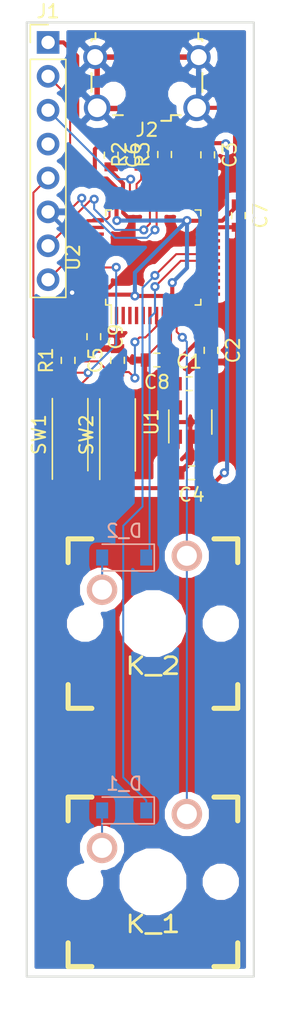
<source format=kicad_pcb>
(kicad_pcb (version 20171130) (host pcbnew "(6.0.0-rc1-dev-86-g887ee4693-dirty)")

  (general
    (thickness 1.6)
    (drawings 4)
    (tracks 257)
    (zones 0)
    (modules 22)
    (nets 51)
  )

  (page A3)
  (layers
    (0 F.Cu signal)
    (31 B.Cu signal)
    (32 B.Adhes user)
    (33 F.Adhes user)
    (34 B.Paste user)
    (35 F.Paste user)
    (36 B.SilkS user)
    (37 F.SilkS user)
    (38 B.Mask user)
    (39 F.Mask user)
    (40 Dwgs.User user hide)
    (41 Cmts.User user)
    (42 Eco1.User user)
    (43 Eco2.User user)
    (44 Edge.Cuts user)
    (45 Margin user)
    (46 B.CrtYd user)
    (47 F.CrtYd user)
    (48 B.Fab user hide)
    (49 F.Fab user hide)
  )

  (setup
    (last_trace_width 0.1524)
    (trace_clearance 0.1524)
    (zone_clearance 0.508)
    (zone_45_only no)
    (trace_min 0.1524)
    (via_size 0.6858)
    (via_drill 0.3302)
    (via_min_size 0.6858)
    (via_min_drill 0.3302)
    (uvia_size 0.6858)
    (uvia_drill 0.3302)
    (uvias_allowed no)
    (uvia_min_size 0.2)
    (uvia_min_drill 0.1)
    (edge_width 0.15)
    (segment_width 0.2)
    (pcb_text_width 0.3)
    (pcb_text_size 1.5 1.5)
    (mod_edge_width 0.15)
    (mod_text_size 1 1)
    (mod_text_width 0.15)
    (pad_size 1.016 1.25)
    (pad_drill 0.55)
    (pad_to_mask_clearance 0.2)
    (aux_axis_origin 0 0)
    (grid_origin 71.75 40)
    (visible_elements FFFFFF7F)
    (pcbplotparams
      (layerselection 0x010f0_ffffffff)
      (usegerberextensions true)
      (usegerberattributes false)
      (usegerberadvancedattributes false)
      (creategerberjobfile false)
      (excludeedgelayer true)
      (linewidth 0.100000)
      (plotframeref false)
      (viasonmask false)
      (mode 1)
      (useauxorigin false)
      (hpglpennumber 1)
      (hpglpenspeed 20)
      (hpglpendiameter 15.000000)
      (psnegative false)
      (psa4output false)
      (plotreference true)
      (plotvalue true)
      (plotinvisibletext false)
      (padsonsilk false)
      (subtractmaskfromsilk false)
      (outputformat 1)
      (mirror false)
      (drillshape 0)
      (scaleselection 1)
      (outputdirectory "gerbers/"))
  )

  (net 0 "")
  (net 1 /row0)
  (net 2 /row1)
  (net 3 /col0)
  (net 4 GND)
  (net 5 /D-)
  (net 6 /D+)
  (net 7 /Du-)
  (net 8 /Du+)
  (net 9 /BOOT0)
  (net 10 +5V)
  (net 11 "Net-(U1-Pad4)")
  (net 12 +3V3)
  (net 13 "Net-(U2-Pad1)")
  (net 14 "Net-(U2-Pad2)")
  (net 15 "Net-(U2-Pad3)")
  (net 16 "Net-(U2-Pad4)")
  (net 17 "Net-(U2-Pad5)")
  (net 18 "Net-(U2-Pad6)")
  (net 19 /NRST)
  (net 20 "Net-(U2-Pad11)")
  (net 21 "Net-(U2-Pad12)")
  (net 22 "Net-(U2-Pad13)")
  (net 23 "Net-(U2-Pad14)")
  (net 24 "Net-(U2-Pad15)")
  (net 25 "Net-(U2-Pad16)")
  (net 26 "Net-(U2-Pad17)")
  (net 27 "Net-(U2-Pad20)")
  (net 28 "Net-(U2-Pad21)")
  (net 29 "Net-(U2-Pad22)")
  (net 30 "Net-(U2-Pad25)")
  (net 31 "Net-(U2-Pad26)")
  (net 32 "Net-(U2-Pad27)")
  (net 33 "Net-(U2-Pad28)")
  (net 34 "Net-(U2-Pad29)")
  (net 35 /USART_TX)
  (net 36 /USART_RX)
  (net 37 /SWDIO)
  (net 38 /SWCLK)
  (net 39 "Net-(U2-Pad38)")
  (net 40 "Net-(U2-Pad39)")
  (net 41 "Net-(U2-Pad40)")
  (net 42 "Net-(U2-Pad41)")
  (net 43 "Net-(U2-Pad42)")
  (net 44 "Net-(U2-Pad43)")
  (net 45 "Net-(D_2-Pad2)")
  (net 46 "Net-(D_1-Pad2)")
  (net 47 "Net-(J2-Pad4)")
  (net 48 "Net-(J1-Pad4)")
  (net 49 "Net-(U2-Pad45)")
  (net 50 "Net-(U2-Pad46)")

  (net_class Default "This is the default net class."
    (clearance 0.1524)
    (trace_width 0.1524)
    (via_dia 0.6858)
    (via_drill 0.3302)
    (uvia_dia 0.6858)
    (uvia_drill 0.3302)
    (diff_pair_width 0.1524)
    (diff_pair_gap 0.1524)
    (add_net /BOOT0)
    (add_net /D+)
    (add_net /D-)
    (add_net /Du+)
    (add_net /Du-)
    (add_net /NRST)
    (add_net /SWCLK)
    (add_net /SWDIO)
    (add_net /USART_RX)
    (add_net /USART_TX)
    (add_net /col0)
    (add_net /row0)
    (add_net /row1)
    (add_net "Net-(D_1-Pad2)")
    (add_net "Net-(D_2-Pad2)")
    (add_net "Net-(J1-Pad4)")
    (add_net "Net-(J2-Pad4)")
    (add_net "Net-(U1-Pad4)")
    (add_net "Net-(U2-Pad1)")
    (add_net "Net-(U2-Pad11)")
    (add_net "Net-(U2-Pad12)")
    (add_net "Net-(U2-Pad13)")
    (add_net "Net-(U2-Pad14)")
    (add_net "Net-(U2-Pad15)")
    (add_net "Net-(U2-Pad16)")
    (add_net "Net-(U2-Pad17)")
    (add_net "Net-(U2-Pad2)")
    (add_net "Net-(U2-Pad20)")
    (add_net "Net-(U2-Pad21)")
    (add_net "Net-(U2-Pad22)")
    (add_net "Net-(U2-Pad25)")
    (add_net "Net-(U2-Pad26)")
    (add_net "Net-(U2-Pad27)")
    (add_net "Net-(U2-Pad28)")
    (add_net "Net-(U2-Pad29)")
    (add_net "Net-(U2-Pad3)")
    (add_net "Net-(U2-Pad38)")
    (add_net "Net-(U2-Pad39)")
    (add_net "Net-(U2-Pad4)")
    (add_net "Net-(U2-Pad40)")
    (add_net "Net-(U2-Pad41)")
    (add_net "Net-(U2-Pad42)")
    (add_net "Net-(U2-Pad43)")
    (add_net "Net-(U2-Pad45)")
    (add_net "Net-(U2-Pad46)")
    (add_net "Net-(U2-Pad5)")
    (add_net "Net-(U2-Pad6)")
  )

  (net_class Power ""
    (clearance 0.1524)
    (trace_width 0.3048)
    (via_dia 0.6858)
    (via_drill 0.3302)
    (uvia_dia 0.6858)
    (uvia_drill 0.3302)
    (diff_pair_width 0.1524)
    (diff_pair_gap 0.1524)
    (add_net +3V3)
    (add_net +5V)
    (add_net GND)
  )

  (module Connectors_USB:USB_Micro-B_Wuerth-629105150521_CircularHoles (layer F.Cu) (tedit 59E3D6DD) (tstamp 5B66B9A4)
    (at 47.25 74.55 180)
    (descr "USB Micro-B receptacle, http://www.mouser.com/ds/2/445/629105150521-469306.pdf")
    (tags "usb micro receptacle")
    (path /5B6855D1)
    (attr smd)
    (fp_text reference J2 (at 0 -3.5 180) (layer F.SilkS)
      (effects (font (size 1 1) (thickness 0.15)))
    )
    (fp_text value USB_A (at 0 5.6 180) (layer F.Fab)
      (effects (font (size 1 1) (thickness 0.15)))
    )
    (fp_text user "PCB Edge" (at 0 3.75 180) (layer Dwgs.User)
      (effects (font (size 0.5 0.5) (thickness 0.08)))
    )
    (fp_text user %R (at 0 1.05 180) (layer F.Fab)
      (effects (font (size 1 1) (thickness 0.15)))
    )
    (fp_line (start 5.28 -3.34) (end -5.27 -3.34) (layer F.CrtYd) (width 0.05))
    (fp_line (start 5.28 4.85) (end 5.28 -3.34) (layer F.CrtYd) (width 0.05))
    (fp_line (start -5.27 4.85) (end 5.28 4.85) (layer F.CrtYd) (width 0.05))
    (fp_line (start -5.27 -3.34) (end -5.27 4.85) (layer F.CrtYd) (width 0.05))
    (fp_line (start 1.8 -2.4) (end 2.525 -2.4) (layer F.SilkS) (width 0.15))
    (fp_line (start -1.8 -2.4) (end -2.525 -2.4) (layer F.SilkS) (width 0.15))
    (fp_line (start -1.8 -2.825) (end -1.8 -2.4) (layer F.SilkS) (width 0.15))
    (fp_line (start -1.075 -2.825) (end -1.8 -2.825) (layer F.SilkS) (width 0.15))
    (fp_line (start 4.15 0.75) (end 4.15 -0.65) (layer F.SilkS) (width 0.15))
    (fp_line (start 4.15 3.3) (end 4.15 3.15) (layer F.SilkS) (width 0.15))
    (fp_line (start 3.85 3.3) (end 4.15 3.3) (layer F.SilkS) (width 0.15))
    (fp_line (start 3.85 3.75) (end 3.85 3.3) (layer F.SilkS) (width 0.15))
    (fp_line (start -3.85 3.3) (end -3.85 3.75) (layer F.SilkS) (width 0.15))
    (fp_line (start -4.15 3.3) (end -3.85 3.3) (layer F.SilkS) (width 0.15))
    (fp_line (start -4.15 3.15) (end -4.15 3.3) (layer F.SilkS) (width 0.15))
    (fp_line (start -4.15 -0.65) (end -4.15 0.75) (layer F.SilkS) (width 0.15))
    (fp_line (start -1.075 -2.95) (end -1.075 -2.725) (layer F.Fab) (width 0.15))
    (fp_line (start -1.525 -2.95) (end -1.075 -2.95) (layer F.Fab) (width 0.15))
    (fp_line (start -1.525 -2.725) (end -1.525 -2.95) (layer F.Fab) (width 0.15))
    (fp_line (start -1.3 -2.55) (end -1.525 -2.725) (layer F.Fab) (width 0.15))
    (fp_line (start -1.075 -2.725) (end -1.3 -2.55) (layer F.Fab) (width 0.15))
    (fp_line (start -2.7 3.75) (end 2.7 3.75) (layer F.Fab) (width 0.15))
    (fp_line (start 4 -2.25) (end -4 -2.25) (layer F.Fab) (width 0.15))
    (fp_line (start 4 3.15) (end 4 -2.25) (layer F.Fab) (width 0.15))
    (fp_line (start 3.7 3.15) (end 4 3.15) (layer F.Fab) (width 0.15))
    (fp_line (start 3.7 4.35) (end 3.7 3.15) (layer F.Fab) (width 0.15))
    (fp_line (start -3.7 4.35) (end 3.7 4.35) (layer F.Fab) (width 0.15))
    (fp_line (start -3.7 3.15) (end -3.7 4.35) (layer F.Fab) (width 0.15))
    (fp_line (start -4 3.15) (end -3.7 3.15) (layer F.Fab) (width 0.15))
    (fp_line (start -4 -2.25) (end -4 3.15) (layer F.Fab) (width 0.15))
    (pad "" np_thru_hole circle (at 2.5 -0.8 180) (size 0.8 0.8) (drill 0.8) (layers *.Cu *.Mask))
    (pad "" np_thru_hole circle (at -2.5 -0.8 180) (size 0.8 0.8) (drill 0.8) (layers *.Cu *.Mask))
    (pad 6 thru_hole circle (at 3.875 1.95 180) (size 1.8 1.8) (drill 1.2) (layers *.Cu *.Mask)
      (net 4 GND))
    (pad 6 thru_hole circle (at -3.875 1.95 180) (size 1.8 1.8) (drill 1.2) (layers *.Cu *.Mask)
      (net 4 GND))
    (pad 6 thru_hole circle (at 3.725 -1.85 180) (size 2 2) (drill 1.4) (layers *.Cu *.Mask)
      (net 4 GND))
    (pad 6 thru_hole circle (at -3.725 -1.85 180) (size 2 2) (drill 1.4) (layers *.Cu *.Mask)
      (net 4 GND))
    (pad 5 smd rect (at 1.3 -1.9 180) (size 0.45 1.3) (layers F.Cu F.Paste F.Mask)
      (net 4 GND))
    (pad 4 smd rect (at 0.65 -1.9 180) (size 0.45 1.3) (layers F.Cu F.Paste F.Mask)
      (net 47 "Net-(J2-Pad4)"))
    (pad 3 smd rect (at 0 -1.9 180) (size 0.45 1.3) (layers F.Cu F.Paste F.Mask)
      (net 8 /Du+))
    (pad 2 smd rect (at -0.65 -1.9 180) (size 0.45 1.3) (layers F.Cu F.Paste F.Mask)
      (net 7 /Du-))
    (pad 1 smd rect (at -1.3 -1.9 180) (size 0.45 1.3) (layers F.Cu F.Paste F.Mask)
      (net 10 +5V))
    (model ${KISYS3DMOD}/Connectors_USB.3dshapes/USB_Micro-B_Wuerth-629105150521_CircularHoles.wrl
      (at (xyz 0 0 0))
      (scale (xyz 1 1 1))
      (rotate (xyz 0 0 0))
    )
  )

  (module Package_QFP:LQFP-48_7x7mm_P0.5mm (layer F.Cu) (tedit 5A5E2375) (tstamp 5B66B943)
    (at 47.725001 87.615001 90)
    (descr "48 LEAD LQFP 7x7mm (see MICREL LQFP7x7-48LD-PL-1.pdf)")
    (tags "QFP 0.5")
    (path /5B4FB57A)
    (attr smd)
    (fp_text reference U2 (at 0 -6 90) (layer F.SilkS)
      (effects (font (size 1 1) (thickness 0.15)))
    )
    (fp_text value STM32L053C6Tx (at 0 6 90) (layer F.Fab)
      (effects (font (size 1 1) (thickness 0.15)))
    )
    (fp_line (start 3.13 3.75) (end 3.75 3.75) (layer F.CrtYd) (width 0.05))
    (fp_line (start 3.75 3.13) (end 3.75 3.75) (layer F.CrtYd) (width 0.05))
    (fp_line (start 3.13 5.25) (end 3.13 3.75) (layer F.CrtYd) (width 0.05))
    (fp_text user %R (at 0 0 90) (layer F.Fab)
      (effects (font (size 1 1) (thickness 0.15)))
    )
    (fp_line (start -2.5 -3.5) (end 3.5 -3.5) (layer F.Fab) (width 0.1))
    (fp_line (start 3.5 -3.5) (end 3.5 3.5) (layer F.Fab) (width 0.1))
    (fp_line (start 3.5 3.5) (end -3.5 3.5) (layer F.Fab) (width 0.1))
    (fp_line (start -3.5 3.5) (end -3.5 -2.5) (layer F.Fab) (width 0.1))
    (fp_line (start -3.5 -2.5) (end -2.5 -3.5) (layer F.Fab) (width 0.1))
    (fp_line (start -5.25 -3.13) (end -5.25 3.13) (layer F.CrtYd) (width 0.05))
    (fp_line (start 5.25 -3.13) (end 5.25 3.13) (layer F.CrtYd) (width 0.05))
    (fp_line (start -3.13 -5.25) (end 3.13 -5.25) (layer F.CrtYd) (width 0.05))
    (fp_line (start -3.13 5.25) (end 3.13 5.25) (layer F.CrtYd) (width 0.05))
    (fp_line (start 3.56 -3.56) (end 3.56 -3.14) (layer F.SilkS) (width 0.12))
    (fp_line (start 3.56 3.56) (end 3.56 3.14) (layer F.SilkS) (width 0.12))
    (fp_line (start -3.56 3.56) (end -3.56 3.14) (layer F.SilkS) (width 0.12))
    (fp_line (start -3.56 -3.56) (end -3.14 -3.56) (layer F.SilkS) (width 0.12))
    (fp_line (start 3.56 3.56) (end 3.14 3.56) (layer F.SilkS) (width 0.12))
    (fp_line (start 3.56 -3.56) (end 3.14 -3.56) (layer F.SilkS) (width 0.12))
    (fp_line (start -3.56 -3.14) (end -4.94 -3.14) (layer F.SilkS) (width 0.12))
    (fp_line (start -3.56 -3.56) (end -3.56 -3.14) (layer F.SilkS) (width 0.12))
    (fp_line (start -3.56 3.56) (end -3.14 3.56) (layer F.SilkS) (width 0.12))
    (fp_line (start 3.75 3.13) (end 5.25 3.13) (layer F.CrtYd) (width 0.05))
    (fp_line (start 3.75 -3.13) (end 5.25 -3.13) (layer F.CrtYd) (width 0.05))
    (fp_line (start 3.13 -3.75) (end 3.13 -5.25) (layer F.CrtYd) (width 0.05))
    (fp_line (start -3.13 -3.75) (end -3.13 -5.25) (layer F.CrtYd) (width 0.05))
    (fp_line (start -3.75 -3.13) (end -5.25 -3.13) (layer F.CrtYd) (width 0.05))
    (fp_line (start -3.75 3.13) (end -5.25 3.13) (layer F.CrtYd) (width 0.05))
    (fp_line (start -3.13 3.75) (end -3.13 5.25) (layer F.CrtYd) (width 0.05))
    (fp_line (start 3.13 -3.75) (end 3.75 -3.75) (layer F.CrtYd) (width 0.05))
    (fp_line (start 3.75 -3.13) (end 3.75 -3.75) (layer F.CrtYd) (width 0.05))
    (fp_line (start -3.75 3.13) (end -3.75 3.75) (layer F.CrtYd) (width 0.05))
    (fp_line (start -3.13 3.75) (end -3.75 3.75) (layer F.CrtYd) (width 0.05))
    (fp_line (start -3.75 -3.13) (end -3.75 -3.75) (layer F.CrtYd) (width 0.05))
    (fp_line (start -3.13 -3.75) (end -3.75 -3.75) (layer F.CrtYd) (width 0.05))
    (pad 1 smd rect (at -4.35 -2.75 90) (size 1.3 0.25) (layers F.Cu F.Paste F.Mask)
      (net 13 "Net-(U2-Pad1)"))
    (pad 2 smd rect (at -4.35 -2.25 90) (size 1.3 0.25) (layers F.Cu F.Paste F.Mask)
      (net 14 "Net-(U2-Pad2)"))
    (pad 3 smd rect (at -4.35 -1.75 90) (size 1.3 0.25) (layers F.Cu F.Paste F.Mask)
      (net 15 "Net-(U2-Pad3)"))
    (pad 4 smd rect (at -4.35 -1.25 90) (size 1.3 0.25) (layers F.Cu F.Paste F.Mask)
      (net 16 "Net-(U2-Pad4)"))
    (pad 5 smd rect (at -4.35 -0.75 90) (size 1.3 0.25) (layers F.Cu F.Paste F.Mask)
      (net 17 "Net-(U2-Pad5)"))
    (pad 6 smd rect (at -4.35 -0.25 90) (size 1.3 0.25) (layers F.Cu F.Paste F.Mask)
      (net 18 "Net-(U2-Pad6)"))
    (pad 7 smd rect (at -4.35 0.25 90) (size 1.3 0.25) (layers F.Cu F.Paste F.Mask)
      (net 19 /NRST))
    (pad 8 smd rect (at -4.35 0.75 90) (size 1.3 0.25) (layers F.Cu F.Paste F.Mask)
      (net 4 GND))
    (pad 9 smd rect (at -4.35 1.25 90) (size 1.3 0.25) (layers F.Cu F.Paste F.Mask)
      (net 12 +3V3))
    (pad 10 smd rect (at -4.35 1.75 90) (size 1.3 0.25) (layers F.Cu F.Paste F.Mask)
      (net 3 /col0))
    (pad 11 smd rect (at -4.35 2.25 90) (size 1.3 0.25) (layers F.Cu F.Paste F.Mask)
      (net 20 "Net-(U2-Pad11)"))
    (pad 12 smd rect (at -4.35 2.75 90) (size 1.3 0.25) (layers F.Cu F.Paste F.Mask)
      (net 21 "Net-(U2-Pad12)"))
    (pad 13 smd rect (at -2.75 4.35 180) (size 1.3 0.25) (layers F.Cu F.Paste F.Mask)
      (net 22 "Net-(U2-Pad13)"))
    (pad 14 smd rect (at -2.25 4.35 180) (size 1.3 0.25) (layers F.Cu F.Paste F.Mask)
      (net 23 "Net-(U2-Pad14)"))
    (pad 15 smd rect (at -1.75 4.35 180) (size 1.3 0.25) (layers F.Cu F.Paste F.Mask)
      (net 24 "Net-(U2-Pad15)"))
    (pad 16 smd rect (at -1.25 4.35 180) (size 1.3 0.25) (layers F.Cu F.Paste F.Mask)
      (net 25 "Net-(U2-Pad16)"))
    (pad 17 smd rect (at -0.75 4.35 180) (size 1.3 0.25) (layers F.Cu F.Paste F.Mask)
      (net 26 "Net-(U2-Pad17)"))
    (pad 18 smd rect (at -0.25 4.35 180) (size 1.3 0.25) (layers F.Cu F.Paste F.Mask)
      (net 1 /row0))
    (pad 19 smd rect (at 0.25 4.35 180) (size 1.3 0.25) (layers F.Cu F.Paste F.Mask)
      (net 2 /row1))
    (pad 20 smd rect (at 0.75 4.35 180) (size 1.3 0.25) (layers F.Cu F.Paste F.Mask)
      (net 27 "Net-(U2-Pad20)"))
    (pad 21 smd rect (at 1.25 4.35 180) (size 1.3 0.25) (layers F.Cu F.Paste F.Mask)
      (net 28 "Net-(U2-Pad21)"))
    (pad 22 smd rect (at 1.75 4.35 180) (size 1.3 0.25) (layers F.Cu F.Paste F.Mask)
      (net 29 "Net-(U2-Pad22)"))
    (pad 23 smd rect (at 2.25 4.35 180) (size 1.3 0.25) (layers F.Cu F.Paste F.Mask)
      (net 4 GND))
    (pad 24 smd rect (at 2.75 4.35 180) (size 1.3 0.25) (layers F.Cu F.Paste F.Mask)
      (net 12 +3V3))
    (pad 25 smd rect (at 4.35 2.75 90) (size 1.3 0.25) (layers F.Cu F.Paste F.Mask)
      (net 30 "Net-(U2-Pad25)"))
    (pad 26 smd rect (at 4.35 2.25 90) (size 1.3 0.25) (layers F.Cu F.Paste F.Mask)
      (net 31 "Net-(U2-Pad26)"))
    (pad 27 smd rect (at 4.35 1.75 90) (size 1.3 0.25) (layers F.Cu F.Paste F.Mask)
      (net 32 "Net-(U2-Pad27)"))
    (pad 28 smd rect (at 4.35 1.25 90) (size 1.3 0.25) (layers F.Cu F.Paste F.Mask)
      (net 33 "Net-(U2-Pad28)"))
    (pad 29 smd rect (at 4.35 0.75 90) (size 1.3 0.25) (layers F.Cu F.Paste F.Mask)
      (net 34 "Net-(U2-Pad29)"))
    (pad 30 smd rect (at 4.35 0.25 90) (size 1.3 0.25) (layers F.Cu F.Paste F.Mask)
      (net 35 /USART_TX))
    (pad 31 smd rect (at 4.35 -0.25 90) (size 1.3 0.25) (layers F.Cu F.Paste F.Mask)
      (net 36 /USART_RX))
    (pad 32 smd rect (at 4.35 -0.75 90) (size 1.3 0.25) (layers F.Cu F.Paste F.Mask)
      (net 5 /D-))
    (pad 33 smd rect (at 4.35 -1.25 90) (size 1.3 0.25) (layers F.Cu F.Paste F.Mask)
      (net 6 /D+))
    (pad 34 smd rect (at 4.35 -1.75 90) (size 1.3 0.25) (layers F.Cu F.Paste F.Mask)
      (net 37 /SWDIO))
    (pad 35 smd rect (at 4.35 -2.25 90) (size 1.3 0.25) (layers F.Cu F.Paste F.Mask)
      (net 4 GND))
    (pad 36 smd rect (at 4.35 -2.75 90) (size 1.3 0.25) (layers F.Cu F.Paste F.Mask)
      (net 12 +3V3))
    (pad 37 smd rect (at 2.75 -4.35 180) (size 1.3 0.25) (layers F.Cu F.Paste F.Mask)
      (net 38 /SWCLK))
    (pad 38 smd rect (at 2.25 -4.35 180) (size 1.3 0.25) (layers F.Cu F.Paste F.Mask)
      (net 39 "Net-(U2-Pad38)"))
    (pad 39 smd rect (at 1.75 -4.35 180) (size 1.3 0.25) (layers F.Cu F.Paste F.Mask)
      (net 40 "Net-(U2-Pad39)"))
    (pad 40 smd rect (at 1.25 -4.35 180) (size 1.3 0.25) (layers F.Cu F.Paste F.Mask)
      (net 41 "Net-(U2-Pad40)"))
    (pad 41 smd rect (at 0.75 -4.35 180) (size 1.3 0.25) (layers F.Cu F.Paste F.Mask)
      (net 42 "Net-(U2-Pad41)"))
    (pad 42 smd rect (at 0.25 -4.35 180) (size 1.3 0.25) (layers F.Cu F.Paste F.Mask)
      (net 43 "Net-(U2-Pad42)"))
    (pad 43 smd rect (at -0.25 -4.35 180) (size 1.3 0.25) (layers F.Cu F.Paste F.Mask)
      (net 44 "Net-(U2-Pad43)"))
    (pad 44 smd rect (at -0.75 -4.35 180) (size 1.3 0.25) (layers F.Cu F.Paste F.Mask)
      (net 9 /BOOT0))
    (pad 45 smd rect (at -1.25 -4.35 180) (size 1.3 0.25) (layers F.Cu F.Paste F.Mask)
      (net 49 "Net-(U2-Pad45)"))
    (pad 46 smd rect (at -1.75 -4.35 180) (size 1.3 0.25) (layers F.Cu F.Paste F.Mask)
      (net 50 "Net-(U2-Pad46)"))
    (pad 47 smd rect (at -2.25 -4.35 180) (size 1.3 0.25) (layers F.Cu F.Paste F.Mask)
      (net 4 GND))
    (pad 48 smd rect (at -2.75 -4.35 180) (size 1.3 0.25) (layers F.Cu F.Paste F.Mask)
      (net 12 +3V3))
    (model ${KISYS3DMOD}/Package_QFP.3dshapes/LQFP-48_7x7mm_P0.5mm.wrl
      (at (xyz 0 0 0))
      (scale (xyz 1 1 1))
      (rotate (xyz 0 0 0))
    )
  )

  (module Keyboard:CHERRY_PCB_100H (layer F.Cu) (tedit 549A0505) (tstamp 5B67CA34)
    (at 47.7 134.4)
    (path /5AA598B3)
    (fp_text reference K_1 (at 0 3.175) (layer F.SilkS)
      (effects (font (size 1.27 1.524) (thickness 0.2032)))
    )
    (fp_text value KEYSW (at 0 5.08) (layer F.SilkS) hide
      (effects (font (size 1.27 1.524) (thickness 0.2032)))
    )
    (fp_line (start -6.985 6.985) (end -6.985 -6.985) (layer Eco2.User) (width 0.1524))
    (fp_line (start 6.985 6.985) (end -6.985 6.985) (layer Eco2.User) (width 0.1524))
    (fp_line (start 6.985 -6.985) (end 6.985 6.985) (layer Eco2.User) (width 0.1524))
    (fp_line (start -6.985 -6.985) (end 6.985 -6.985) (layer Eco2.User) (width 0.1524))
    (fp_line (start -6.35 -4.572) (end -6.35 -6.35) (layer F.SilkS) (width 0.381))
    (fp_line (start -6.35 6.35) (end -6.35 4.572) (layer F.SilkS) (width 0.381))
    (fp_line (start -4.572 6.35) (end -6.35 6.35) (layer F.SilkS) (width 0.381))
    (fp_line (start 6.35 6.35) (end 4.572 6.35) (layer F.SilkS) (width 0.381))
    (fp_line (start 6.35 4.572) (end 6.35 6.35) (layer F.SilkS) (width 0.381))
    (fp_line (start 6.35 -6.35) (end 6.35 -4.572) (layer F.SilkS) (width 0.381))
    (fp_line (start 4.572 -6.35) (end 6.35 -6.35) (layer F.SilkS) (width 0.381))
    (fp_line (start -6.35 -6.35) (end -4.572 -6.35) (layer F.SilkS) (width 0.381))
    (fp_line (start -9.398 9.398) (end -9.398 -9.398) (layer Dwgs.User) (width 0.1524))
    (fp_line (start 9.398 9.398) (end -9.398 9.398) (layer Dwgs.User) (width 0.1524))
    (fp_line (start 9.398 -9.398) (end 9.398 9.398) (layer Dwgs.User) (width 0.1524))
    (fp_line (start -9.398 -9.398) (end 9.398 -9.398) (layer Dwgs.User) (width 0.1524))
    (fp_line (start -6.35 6.35) (end -6.35 -6.35) (layer Cmts.User) (width 0.1524))
    (fp_line (start 6.35 6.35) (end -6.35 6.35) (layer Cmts.User) (width 0.1524))
    (fp_line (start 6.35 -6.35) (end 6.35 6.35) (layer Cmts.User) (width 0.1524))
    (fp_line (start -6.35 -6.35) (end 6.35 -6.35) (layer Cmts.User) (width 0.1524))
    (fp_text user 1.00u (at -5.715 8.255) (layer Dwgs.User)
      (effects (font (size 1.524 1.524) (thickness 0.3048)))
    )
    (pad HOLE np_thru_hole circle (at 5.08 0) (size 1.7018 1.7018) (drill 1.7018) (layers *.Cu))
    (pad HOLE np_thru_hole circle (at -5.08 0) (size 1.7018 1.7018) (drill 1.7018) (layers *.Cu))
    (pad HOLE np_thru_hole circle (at 0 0) (size 3.9878 3.9878) (drill 3.9878) (layers *.Cu))
    (pad 2 thru_hole circle (at -3.81 -2.54) (size 2.286 2.286) (drill 1.4986) (layers *.Cu *.SilkS *.Mask)
      (net 46 "Net-(D_1-Pad2)"))
    (pad 1 thru_hole circle (at 2.54 -5.08) (size 2.286 2.286) (drill 1.4986) (layers *.Cu *.SilkS *.Mask)
      (net 3 /col0))
  )

  (module Keyboard:CHERRY_PCB_100H (layer F.Cu) (tedit 549A0505) (tstamp 5B67CA16)
    (at 47.7 115.05)
    (path /5AA59B0B)
    (fp_text reference K_2 (at 0 3.175) (layer F.SilkS)
      (effects (font (size 1.27 1.524) (thickness 0.2032)))
    )
    (fp_text value KEYSW (at 0 5.08) (layer F.SilkS) hide
      (effects (font (size 1.27 1.524) (thickness 0.2032)))
    )
    (fp_text user 1.00u (at -5.715 8.255) (layer Dwgs.User)
      (effects (font (size 1.524 1.524) (thickness 0.3048)))
    )
    (fp_line (start -6.35 -6.35) (end 6.35 -6.35) (layer Cmts.User) (width 0.1524))
    (fp_line (start 6.35 -6.35) (end 6.35 6.35) (layer Cmts.User) (width 0.1524))
    (fp_line (start 6.35 6.35) (end -6.35 6.35) (layer Cmts.User) (width 0.1524))
    (fp_line (start -6.35 6.35) (end -6.35 -6.35) (layer Cmts.User) (width 0.1524))
    (fp_line (start -9.398 -9.398) (end 9.398 -9.398) (layer Dwgs.User) (width 0.1524))
    (fp_line (start 9.398 -9.398) (end 9.398 9.398) (layer Dwgs.User) (width 0.1524))
    (fp_line (start 9.398 9.398) (end -9.398 9.398) (layer Dwgs.User) (width 0.1524))
    (fp_line (start -9.398 9.398) (end -9.398 -9.398) (layer Dwgs.User) (width 0.1524))
    (fp_line (start -6.35 -6.35) (end -4.572 -6.35) (layer F.SilkS) (width 0.381))
    (fp_line (start 4.572 -6.35) (end 6.35 -6.35) (layer F.SilkS) (width 0.381))
    (fp_line (start 6.35 -6.35) (end 6.35 -4.572) (layer F.SilkS) (width 0.381))
    (fp_line (start 6.35 4.572) (end 6.35 6.35) (layer F.SilkS) (width 0.381))
    (fp_line (start 6.35 6.35) (end 4.572 6.35) (layer F.SilkS) (width 0.381))
    (fp_line (start -4.572 6.35) (end -6.35 6.35) (layer F.SilkS) (width 0.381))
    (fp_line (start -6.35 6.35) (end -6.35 4.572) (layer F.SilkS) (width 0.381))
    (fp_line (start -6.35 -4.572) (end -6.35 -6.35) (layer F.SilkS) (width 0.381))
    (fp_line (start -6.985 -6.985) (end 6.985 -6.985) (layer Eco2.User) (width 0.1524))
    (fp_line (start 6.985 -6.985) (end 6.985 6.985) (layer Eco2.User) (width 0.1524))
    (fp_line (start 6.985 6.985) (end -6.985 6.985) (layer Eco2.User) (width 0.1524))
    (fp_line (start -6.985 6.985) (end -6.985 -6.985) (layer Eco2.User) (width 0.1524))
    (pad 1 thru_hole circle (at 2.54 -5.08) (size 2.286 2.286) (drill 1.4986) (layers *.Cu *.SilkS *.Mask)
      (net 3 /col0))
    (pad 2 thru_hole circle (at -3.81 -2.54) (size 2.286 2.286) (drill 1.4986) (layers *.Cu *.SilkS *.Mask)
      (net 45 "Net-(D_2-Pad2)"))
    (pad HOLE np_thru_hole circle (at 0 0) (size 3.9878 3.9878) (drill 3.9878) (layers *.Cu))
    (pad HOLE np_thru_hole circle (at -5.08 0) (size 1.7018 1.7018) (drill 1.7018) (layers *.Cu))
    (pad HOLE np_thru_hole circle (at 5.08 0) (size 1.7018 1.7018) (drill 1.7018) (layers *.Cu))
  )

  (module Connector_PinHeader_2.54mm:PinHeader_1x08_P2.54mm_Vertical (layer F.Cu) (tedit 59FED5CC) (tstamp 5B67BF09)
    (at 39.85 71.5)
    (descr "Through hole straight pin header, 1x08, 2.54mm pitch, single row")
    (tags "Through hole pin header THT 1x08 2.54mm single row")
    (path /5B4FB626)
    (fp_text reference J1 (at 0 -2.33) (layer F.SilkS)
      (effects (font (size 1 1) (thickness 0.15)))
    )
    (fp_text value Conn_01x08 (at 0 20.11) (layer F.Fab)
      (effects (font (size 1 1) (thickness 0.15)))
    )
    (fp_line (start -0.635 -1.27) (end 1.27 -1.27) (layer F.Fab) (width 0.1))
    (fp_line (start 1.27 -1.27) (end 1.27 19.05) (layer F.Fab) (width 0.1))
    (fp_line (start 1.27 19.05) (end -1.27 19.05) (layer F.Fab) (width 0.1))
    (fp_line (start -1.27 19.05) (end -1.27 -0.635) (layer F.Fab) (width 0.1))
    (fp_line (start -1.27 -0.635) (end -0.635 -1.27) (layer F.Fab) (width 0.1))
    (fp_line (start -1.33 19.11) (end 1.33 19.11) (layer F.SilkS) (width 0.12))
    (fp_line (start -1.33 1.27) (end -1.33 19.11) (layer F.SilkS) (width 0.12))
    (fp_line (start 1.33 1.27) (end 1.33 19.11) (layer F.SilkS) (width 0.12))
    (fp_line (start -1.33 1.27) (end 1.33 1.27) (layer F.SilkS) (width 0.12))
    (fp_line (start -1.33 0) (end -1.33 -1.33) (layer F.SilkS) (width 0.12))
    (fp_line (start -1.33 -1.33) (end 0 -1.33) (layer F.SilkS) (width 0.12))
    (fp_line (start -1.8 -1.8) (end -1.8 19.55) (layer F.CrtYd) (width 0.05))
    (fp_line (start -1.8 19.55) (end 1.8 19.55) (layer F.CrtYd) (width 0.05))
    (fp_line (start 1.8 19.55) (end 1.8 -1.8) (layer F.CrtYd) (width 0.05))
    (fp_line (start 1.8 -1.8) (end -1.8 -1.8) (layer F.CrtYd) (width 0.05))
    (fp_text user %R (at 0 8.89 90) (layer F.Fab)
      (effects (font (size 1 1) (thickness 0.15)))
    )
    (pad 1 thru_hole rect (at 0 0) (size 1.7 1.7) (drill 1) (layers *.Cu *.Mask)
      (net 12 +3V3))
    (pad 2 thru_hole oval (at 0 2.54) (size 1.7 1.7) (drill 1) (layers *.Cu *.Mask)
      (net 38 /SWCLK))
    (pad 3 thru_hole oval (at 0 5.08) (size 1.7 1.7) (drill 1) (layers *.Cu *.Mask)
      (net 37 /SWDIO))
    (pad 4 thru_hole oval (at 0 7.62) (size 1.7 1.7) (drill 1) (layers *.Cu *.Mask)
      (net 48 "Net-(J1-Pad4)"))
    (pad 5 thru_hole oval (at 0 10.16) (size 1.7 1.7) (drill 1) (layers *.Cu *.Mask)
      (net 19 /NRST))
    (pad 6 thru_hole oval (at 0 12.7) (size 1.7 1.7) (drill 1) (layers *.Cu *.Mask)
      (net 4 GND))
    (pad 7 thru_hole oval (at 0 15.24) (size 1.7 1.7) (drill 1) (layers *.Cu *.Mask)
      (net 35 /USART_TX))
    (pad 8 thru_hole oval (at 0 17.78) (size 1.7 1.7) (drill 1) (layers *.Cu *.Mask)
      (net 36 /USART_RX))
    (model ${KISYS3DMOD}/Connector_PinHeader_2.54mm.3dshapes/PinHeader_1x08_P2.54mm_Vertical.wrl
      (at (xyz 0 0 0))
      (scale (xyz 1 1 1))
      (rotate (xyz 0 0 0))
    )
  )

  (module Buttons_Switches_SMD:SW_DIP_x1_W5.08mm_Slide_Copal_CHS-A (layer F.Cu) (tedit 59ACAC86) (tstamp 5B66BAEC)
    (at 45.05 100.91 90)
    (descr "1x-dip-switch, Slide, row spacing 5.08 mm (200 mils), Copal_CHS-A")
    (tags "DIP Switch Slide 5.08mm 200mil Copal_CHS-A")
    (path /5B56CB24)
    (attr smd)
    (fp_text reference SW2 (at 0 -2.33 90) (layer F.SilkS)
      (effects (font (size 1 1) (thickness 0.15)))
    )
    (fp_text value SW_Push (at 0 2.33 90) (layer F.Fab)
      (effects (font (size 1 1) (thickness 0.15)))
    )
    (fp_line (start -1.7 -1.27) (end 2.7 -1.27) (layer F.Fab) (width 0.1))
    (fp_line (start 2.7 -1.27) (end 2.7 1.27) (layer F.Fab) (width 0.1))
    (fp_line (start 2.7 1.27) (end -2.7 1.27) (layer F.Fab) (width 0.1))
    (fp_line (start -2.7 1.27) (end -2.7 -0.27) (layer F.Fab) (width 0.1))
    (fp_line (start -2.7 -0.27) (end -1.7 -1.27) (layer F.Fab) (width 0.1))
    (fp_line (start -1.5 -0.25) (end -1.5 0.25) (layer F.Fab) (width 0.1))
    (fp_line (start -1.5 0.25) (end 1.5 0.25) (layer F.Fab) (width 0.1))
    (fp_line (start 1.5 0.25) (end 1.5 -0.25) (layer F.Fab) (width 0.1))
    (fp_line (start 1.5 -0.25) (end -1.5 -0.25) (layer F.Fab) (width 0.1))
    (fp_line (start 0 -0.25) (end 0 0.25) (layer F.Fab) (width 0.1))
    (fp_line (start -3.34 -1.33) (end 2.7 -1.33) (layer F.SilkS) (width 0.12))
    (fp_line (start -2.7 1.33) (end 2.7 1.33) (layer F.SilkS) (width 0.12))
    (fp_line (start -3.6 -1.6) (end -3.6 1.6) (layer F.CrtYd) (width 0.05))
    (fp_line (start -3.6 1.6) (end 3.6 1.6) (layer F.CrtYd) (width 0.05))
    (fp_line (start 3.6 1.6) (end 3.6 -1.6) (layer F.CrtYd) (width 0.05))
    (fp_line (start 3.6 -1.6) (end -3.6 -1.6) (layer F.CrtYd) (width 0.05))
    (fp_text user %R (at 2.1 0 180) (layer F.Fab)
      (effects (font (size 0.6 0.6) (thickness 0.15)))
    )
    (pad 1 smd rect (at -2.54 0 90) (size 1.6 0.76) (layers F.Cu F.Paste F.Mask)
      (net 4 GND))
    (pad 2 smd rect (at 2.54 0 90) (size 1.6 0.76) (layers F.Cu F.Paste F.Mask)
      (net 19 /NRST))
    (model ${KISYS3DMOD}/Buttons_Switches_SMD.3dshapes/SW_DIP_x1_W5.08mm_Slide_Copal_CHS-A.wrl
      (at (xyz 0 0 0))
      (scale (xyz 1 1 1))
      (rotate (xyz 0 0 0))
    )
  )

  (module Buttons_Switches_SMD:SW_DIP_x1_W5.08mm_Slide_Copal_CHS-A (layer F.Cu) (tedit 59ACAC86) (tstamp 5B67DE06)
    (at 41.5 100.89 90)
    (descr "1x-dip-switch, Slide, row spacing 5.08 mm (200 mils), Copal_CHS-A")
    (tags "DIP Switch Slide 5.08mm 200mil Copal_CHS-A")
    (path /5B4FE539)
    (attr smd)
    (fp_text reference SW1 (at 0 -2.33 90) (layer F.SilkS)
      (effects (font (size 1 1) (thickness 0.15)))
    )
    (fp_text value SW_Push (at 0 2.33 90) (layer F.Fab)
      (effects (font (size 1 1) (thickness 0.15)))
    )
    (fp_text user %R (at 2.1 0 180) (layer F.Fab)
      (effects (font (size 0.6 0.6) (thickness 0.15)))
    )
    (fp_line (start 3.6 -1.6) (end -3.6 -1.6) (layer F.CrtYd) (width 0.05))
    (fp_line (start 3.6 1.6) (end 3.6 -1.6) (layer F.CrtYd) (width 0.05))
    (fp_line (start -3.6 1.6) (end 3.6 1.6) (layer F.CrtYd) (width 0.05))
    (fp_line (start -3.6 -1.6) (end -3.6 1.6) (layer F.CrtYd) (width 0.05))
    (fp_line (start -2.7 1.33) (end 2.7 1.33) (layer F.SilkS) (width 0.12))
    (fp_line (start -3.34 -1.33) (end 2.7 -1.33) (layer F.SilkS) (width 0.12))
    (fp_line (start 0 -0.25) (end 0 0.25) (layer F.Fab) (width 0.1))
    (fp_line (start 1.5 -0.25) (end -1.5 -0.25) (layer F.Fab) (width 0.1))
    (fp_line (start 1.5 0.25) (end 1.5 -0.25) (layer F.Fab) (width 0.1))
    (fp_line (start -1.5 0.25) (end 1.5 0.25) (layer F.Fab) (width 0.1))
    (fp_line (start -1.5 -0.25) (end -1.5 0.25) (layer F.Fab) (width 0.1))
    (fp_line (start -2.7 -0.27) (end -1.7 -1.27) (layer F.Fab) (width 0.1))
    (fp_line (start -2.7 1.27) (end -2.7 -0.27) (layer F.Fab) (width 0.1))
    (fp_line (start 2.7 1.27) (end -2.7 1.27) (layer F.Fab) (width 0.1))
    (fp_line (start 2.7 -1.27) (end 2.7 1.27) (layer F.Fab) (width 0.1))
    (fp_line (start -1.7 -1.27) (end 2.7 -1.27) (layer F.Fab) (width 0.1))
    (pad 2 smd rect (at 2.54 0 90) (size 1.6 0.76) (layers F.Cu F.Paste F.Mask)
      (net 9 /BOOT0))
    (pad 1 smd rect (at -2.54 0 90) (size 1.6 0.76) (layers F.Cu F.Paste F.Mask)
      (net 10 +5V))
    (model ${KISYS3DMOD}/Buttons_Switches_SMD.3dshapes/SW_DIP_x1_W5.08mm_Slide_Copal_CHS-A.wrl
      (at (xyz 0 0 0))
      (scale (xyz 1 1 1))
      (rotate (xyz 0 0 0))
    )
  )

  (module Capacitor_SMD:C_0603_1608Metric (layer F.Cu) (tedit 59FE48B8) (tstamp 5B66CE00)
    (at 52.05 94.575 270)
    (descr "Capacitor SMD 0603 (1608 Metric), square (rectangular) end terminal, IPC_7351 nominal, (Body size source: http://www.tortai-tech.com/upload/download/2011102023233369053.pdf), generated with kicad-footprint-generator")
    (tags capacitor)
    (path /5B5203E5)
    (attr smd)
    (fp_text reference C2 (at 0 -1.65 270) (layer F.SilkS)
      (effects (font (size 1 1) (thickness 0.15)))
    )
    (fp_text value 10uF (at 0 1.65 270) (layer F.Fab)
      (effects (font (size 1 1) (thickness 0.15)))
    )
    (fp_line (start -0.8 0.4) (end -0.8 -0.4) (layer F.Fab) (width 0.1))
    (fp_line (start -0.8 -0.4) (end 0.8 -0.4) (layer F.Fab) (width 0.1))
    (fp_line (start 0.8 -0.4) (end 0.8 0.4) (layer F.Fab) (width 0.1))
    (fp_line (start 0.8 0.4) (end -0.8 0.4) (layer F.Fab) (width 0.1))
    (fp_line (start -0.22 -0.51) (end 0.22 -0.51) (layer F.SilkS) (width 0.12))
    (fp_line (start -0.22 0.51) (end 0.22 0.51) (layer F.SilkS) (width 0.12))
    (fp_line (start -1.46 0.75) (end -1.46 -0.75) (layer F.CrtYd) (width 0.05))
    (fp_line (start -1.46 -0.75) (end 1.46 -0.75) (layer F.CrtYd) (width 0.05))
    (fp_line (start 1.46 -0.75) (end 1.46 0.75) (layer F.CrtYd) (width 0.05))
    (fp_line (start 1.46 0.75) (end -1.46 0.75) (layer F.CrtYd) (width 0.05))
    (fp_text user %R (at 0 0 270) (layer F.Fab)
      (effects (font (size 0.5 0.5) (thickness 0.08)))
    )
    (pad 1 smd rect (at -0.875 0 270) (size 0.67 1) (layers F.Cu F.Paste F.Mask)
      (net 12 +3V3))
    (pad 2 smd rect (at 0.875 0 270) (size 0.67 1) (layers F.Cu F.Paste F.Mask)
      (net 4 GND))
    (model ${KISYS3DMOD}/Capacitor_SMD.3dshapes/C_0603_1608Metric.wrl
      (at (xyz 0 0 0))
      (scale (xyz 1 1 1))
      (rotate (xyz 0 0 0))
    )
  )

  (module Capacitor_SMD:C_0603_1608Metric (layer F.Cu) (tedit 59FE48B8) (tstamp 5B66BAAD)
    (at 51.8 79.925 270)
    (descr "Capacitor SMD 0603 (1608 Metric), square (rectangular) end terminal, IPC_7351 nominal, (Body size source: http://www.tortai-tech.com/upload/download/2011102023233369053.pdf), generated with kicad-footprint-generator")
    (tags capacitor)
    (path /5B516DCD)
    (attr smd)
    (fp_text reference C3 (at 0 -1.65 270) (layer F.SilkS)
      (effects (font (size 1 1) (thickness 0.15)))
    )
    (fp_text value 33pF (at 0 1.65 270) (layer F.Fab)
      (effects (font (size 1 1) (thickness 0.15)))
    )
    (fp_text user %R (at 0 0 270) (layer F.Fab)
      (effects (font (size 0.5 0.5) (thickness 0.08)))
    )
    (fp_line (start 1.46 0.75) (end -1.46 0.75) (layer F.CrtYd) (width 0.05))
    (fp_line (start 1.46 -0.75) (end 1.46 0.75) (layer F.CrtYd) (width 0.05))
    (fp_line (start -1.46 -0.75) (end 1.46 -0.75) (layer F.CrtYd) (width 0.05))
    (fp_line (start -1.46 0.75) (end -1.46 -0.75) (layer F.CrtYd) (width 0.05))
    (fp_line (start -0.22 0.51) (end 0.22 0.51) (layer F.SilkS) (width 0.12))
    (fp_line (start -0.22 -0.51) (end 0.22 -0.51) (layer F.SilkS) (width 0.12))
    (fp_line (start 0.8 0.4) (end -0.8 0.4) (layer F.Fab) (width 0.1))
    (fp_line (start 0.8 -0.4) (end 0.8 0.4) (layer F.Fab) (width 0.1))
    (fp_line (start -0.8 -0.4) (end 0.8 -0.4) (layer F.Fab) (width 0.1))
    (fp_line (start -0.8 0.4) (end -0.8 -0.4) (layer F.Fab) (width 0.1))
    (pad 2 smd rect (at 0.875 0 270) (size 0.67 1) (layers F.Cu F.Paste F.Mask)
      (net 4 GND))
    (pad 1 smd rect (at -0.875 0 270) (size 0.67 1) (layers F.Cu F.Paste F.Mask)
      (net 10 +5V))
    (model ${KISYS3DMOD}/Capacitor_SMD.3dshapes/C_0603_1608Metric.wrl
      (at (xyz 0 0 0))
      (scale (xyz 1 1 1))
      (rotate (xyz 0 0 0))
    )
  )

  (module Capacitor_SMD:C_0603_1608Metric (layer F.Cu) (tedit 59FE48B8) (tstamp 5B67DE73)
    (at 50.6 103.75 180)
    (descr "Capacitor SMD 0603 (1608 Metric), square (rectangular) end terminal, IPC_7351 nominal, (Body size source: http://www.tortai-tech.com/upload/download/2011102023233369053.pdf), generated with kicad-footprint-generator")
    (tags capacitor)
    (path /5B516D3B)
    (attr smd)
    (fp_text reference C4 (at 0 -1.65 180) (layer F.SilkS)
      (effects (font (size 1 1) (thickness 0.15)))
    )
    (fp_text value 10uF (at 0 1.65 180) (layer F.Fab)
      (effects (font (size 1 1) (thickness 0.15)))
    )
    (fp_line (start -0.8 0.4) (end -0.8 -0.4) (layer F.Fab) (width 0.1))
    (fp_line (start -0.8 -0.4) (end 0.8 -0.4) (layer F.Fab) (width 0.1))
    (fp_line (start 0.8 -0.4) (end 0.8 0.4) (layer F.Fab) (width 0.1))
    (fp_line (start 0.8 0.4) (end -0.8 0.4) (layer F.Fab) (width 0.1))
    (fp_line (start -0.22 -0.51) (end 0.22 -0.51) (layer F.SilkS) (width 0.12))
    (fp_line (start -0.22 0.51) (end 0.22 0.51) (layer F.SilkS) (width 0.12))
    (fp_line (start -1.46 0.75) (end -1.46 -0.75) (layer F.CrtYd) (width 0.05))
    (fp_line (start -1.46 -0.75) (end 1.46 -0.75) (layer F.CrtYd) (width 0.05))
    (fp_line (start 1.46 -0.75) (end 1.46 0.75) (layer F.CrtYd) (width 0.05))
    (fp_line (start 1.46 0.75) (end -1.46 0.75) (layer F.CrtYd) (width 0.05))
    (fp_text user %R (at 0 0 180) (layer F.Fab)
      (effects (font (size 0.5 0.5) (thickness 0.08)))
    )
    (pad 1 smd rect (at -0.875 0 180) (size 0.67 1) (layers F.Cu F.Paste F.Mask)
      (net 10 +5V))
    (pad 2 smd rect (at 0.875 0 180) (size 0.67 1) (layers F.Cu F.Paste F.Mask)
      (net 4 GND))
    (model ${KISYS3DMOD}/Capacitor_SMD.3dshapes/C_0603_1608Metric.wrl
      (at (xyz 0 0 0))
      (scale (xyz 1 1 1))
      (rotate (xyz 0 0 0))
    )
  )

  (module Capacitor_SMD:C_0603_1608Metric (layer F.Cu) (tedit 59FE48B8) (tstamp 5B66BA8B)
    (at 45.05 95.325 90)
    (descr "Capacitor SMD 0603 (1608 Metric), square (rectangular) end terminal, IPC_7351 nominal, (Body size source: http://www.tortai-tech.com/upload/download/2011102023233369053.pdf), generated with kicad-footprint-generator")
    (tags capacitor)
    (path /5B4FD94A)
    (attr smd)
    (fp_text reference C5 (at 0 -1.65 90) (layer F.SilkS)
      (effects (font (size 1 1) (thickness 0.15)))
    )
    (fp_text value 100nF (at 0 1.65 90) (layer F.Fab)
      (effects (font (size 1 1) (thickness 0.15)))
    )
    (fp_text user %R (at 0 0 90) (layer F.Fab)
      (effects (font (size 0.5 0.5) (thickness 0.08)))
    )
    (fp_line (start 1.46 0.75) (end -1.46 0.75) (layer F.CrtYd) (width 0.05))
    (fp_line (start 1.46 -0.75) (end 1.46 0.75) (layer F.CrtYd) (width 0.05))
    (fp_line (start -1.46 -0.75) (end 1.46 -0.75) (layer F.CrtYd) (width 0.05))
    (fp_line (start -1.46 0.75) (end -1.46 -0.75) (layer F.CrtYd) (width 0.05))
    (fp_line (start -0.22 0.51) (end 0.22 0.51) (layer F.SilkS) (width 0.12))
    (fp_line (start -0.22 -0.51) (end 0.22 -0.51) (layer F.SilkS) (width 0.12))
    (fp_line (start 0.8 0.4) (end -0.8 0.4) (layer F.Fab) (width 0.1))
    (fp_line (start 0.8 -0.4) (end 0.8 0.4) (layer F.Fab) (width 0.1))
    (fp_line (start -0.8 -0.4) (end 0.8 -0.4) (layer F.Fab) (width 0.1))
    (fp_line (start -0.8 0.4) (end -0.8 -0.4) (layer F.Fab) (width 0.1))
    (pad 2 smd rect (at 0.875 0 90) (size 0.67 1) (layers F.Cu F.Paste F.Mask)
      (net 4 GND))
    (pad 1 smd rect (at -0.875 0 90) (size 0.67 1) (layers F.Cu F.Paste F.Mask)
      (net 19 /NRST))
    (model ${KISYS3DMOD}/Capacitor_SMD.3dshapes/C_0603_1608Metric.wrl
      (at (xyz 0 0 0))
      (scale (xyz 1 1 1))
      (rotate (xyz 0 0 0))
    )
  )

  (module Capacitor_SMD:C_0603_1608Metric (layer F.Cu) (tedit 59FE48B8) (tstamp 5B66BA7A)
    (at 44.575 79.95 270)
    (descr "Capacitor SMD 0603 (1608 Metric), square (rectangular) end terminal, IPC_7351 nominal, (Body size source: http://www.tortai-tech.com/upload/download/2011102023233369053.pdf), generated with kicad-footprint-generator")
    (tags capacitor)
    (path /5B92ED0B)
    (attr smd)
    (fp_text reference C6 (at 0 -1.65 270) (layer F.SilkS)
      (effects (font (size 1 1) (thickness 0.15)))
    )
    (fp_text value 0.1u (at 0 1.65 270) (layer F.Fab)
      (effects (font (size 1 1) (thickness 0.15)))
    )
    (fp_line (start -0.8 0.4) (end -0.8 -0.4) (layer F.Fab) (width 0.1))
    (fp_line (start -0.8 -0.4) (end 0.8 -0.4) (layer F.Fab) (width 0.1))
    (fp_line (start 0.8 -0.4) (end 0.8 0.4) (layer F.Fab) (width 0.1))
    (fp_line (start 0.8 0.4) (end -0.8 0.4) (layer F.Fab) (width 0.1))
    (fp_line (start -0.22 -0.51) (end 0.22 -0.51) (layer F.SilkS) (width 0.12))
    (fp_line (start -0.22 0.51) (end 0.22 0.51) (layer F.SilkS) (width 0.12))
    (fp_line (start -1.46 0.75) (end -1.46 -0.75) (layer F.CrtYd) (width 0.05))
    (fp_line (start -1.46 -0.75) (end 1.46 -0.75) (layer F.CrtYd) (width 0.05))
    (fp_line (start 1.46 -0.75) (end 1.46 0.75) (layer F.CrtYd) (width 0.05))
    (fp_line (start 1.46 0.75) (end -1.46 0.75) (layer F.CrtYd) (width 0.05))
    (fp_text user %R (at 0 0 270) (layer F.Fab)
      (effects (font (size 0.5 0.5) (thickness 0.08)))
    )
    (pad 1 smd rect (at -0.875 0 270) (size 0.67 1) (layers F.Cu F.Paste F.Mask)
      (net 12 +3V3))
    (pad 2 smd rect (at 0.875 0 270) (size 0.67 1) (layers F.Cu F.Paste F.Mask)
      (net 4 GND))
    (model ${KISYS3DMOD}/Capacitor_SMD.3dshapes/C_0603_1608Metric.wrl
      (at (xyz 0 0 0))
      (scale (xyz 1 1 1))
      (rotate (xyz 0 0 0))
    )
  )

  (module Capacitor_SMD:C_0603_1608Metric (layer F.Cu) (tedit 59FE48B8) (tstamp 5B67D930)
    (at 54.1 84.475 270)
    (descr "Capacitor SMD 0603 (1608 Metric), square (rectangular) end terminal, IPC_7351 nominal, (Body size source: http://www.tortai-tech.com/upload/download/2011102023233369053.pdf), generated with kicad-footprint-generator")
    (tags capacitor)
    (path /5B92EF85)
    (attr smd)
    (fp_text reference C7 (at 0 -1.65 270) (layer F.SilkS)
      (effects (font (size 1 1) (thickness 0.15)))
    )
    (fp_text value 0.1u (at 0 1.65 270) (layer F.Fab)
      (effects (font (size 1 1) (thickness 0.15)))
    )
    (fp_text user %R (at 0 0 270) (layer F.Fab)
      (effects (font (size 0.5 0.5) (thickness 0.08)))
    )
    (fp_line (start 1.46 0.75) (end -1.46 0.75) (layer F.CrtYd) (width 0.05))
    (fp_line (start 1.46 -0.75) (end 1.46 0.75) (layer F.CrtYd) (width 0.05))
    (fp_line (start -1.46 -0.75) (end 1.46 -0.75) (layer F.CrtYd) (width 0.05))
    (fp_line (start -1.46 0.75) (end -1.46 -0.75) (layer F.CrtYd) (width 0.05))
    (fp_line (start -0.22 0.51) (end 0.22 0.51) (layer F.SilkS) (width 0.12))
    (fp_line (start -0.22 -0.51) (end 0.22 -0.51) (layer F.SilkS) (width 0.12))
    (fp_line (start 0.8 0.4) (end -0.8 0.4) (layer F.Fab) (width 0.1))
    (fp_line (start 0.8 -0.4) (end 0.8 0.4) (layer F.Fab) (width 0.1))
    (fp_line (start -0.8 -0.4) (end 0.8 -0.4) (layer F.Fab) (width 0.1))
    (fp_line (start -0.8 0.4) (end -0.8 -0.4) (layer F.Fab) (width 0.1))
    (pad 2 smd rect (at 0.875 0 270) (size 0.67 1) (layers F.Cu F.Paste F.Mask)
      (net 4 GND))
    (pad 1 smd rect (at -0.875 0 270) (size 0.67 1) (layers F.Cu F.Paste F.Mask)
      (net 12 +3V3))
    (model ${KISYS3DMOD}/Capacitor_SMD.3dshapes/C_0603_1608Metric.wrl
      (at (xyz 0 0 0))
      (scale (xyz 1 1 1))
      (rotate (xyz 0 0 0))
    )
  )

  (module Capacitor_SMD:C_0603_1608Metric (layer F.Cu) (tedit 59FE48B8) (tstamp 5B66BA58)
    (at 48 95.3 180)
    (descr "Capacitor SMD 0603 (1608 Metric), square (rectangular) end terminal, IPC_7351 nominal, (Body size source: http://www.tortai-tech.com/upload/download/2011102023233369053.pdf), generated with kicad-footprint-generator")
    (tags capacitor)
    (path /5B92F1FC)
    (attr smd)
    (fp_text reference C8 (at 0 -1.65 180) (layer F.SilkS)
      (effects (font (size 1 1) (thickness 0.15)))
    )
    (fp_text value 0.1u (at 0 1.65 180) (layer F.Fab)
      (effects (font (size 1 1) (thickness 0.15)))
    )
    (fp_line (start -0.8 0.4) (end -0.8 -0.4) (layer F.Fab) (width 0.1))
    (fp_line (start -0.8 -0.4) (end 0.8 -0.4) (layer F.Fab) (width 0.1))
    (fp_line (start 0.8 -0.4) (end 0.8 0.4) (layer F.Fab) (width 0.1))
    (fp_line (start 0.8 0.4) (end -0.8 0.4) (layer F.Fab) (width 0.1))
    (fp_line (start -0.22 -0.51) (end 0.22 -0.51) (layer F.SilkS) (width 0.12))
    (fp_line (start -0.22 0.51) (end 0.22 0.51) (layer F.SilkS) (width 0.12))
    (fp_line (start -1.46 0.75) (end -1.46 -0.75) (layer F.CrtYd) (width 0.05))
    (fp_line (start -1.46 -0.75) (end 1.46 -0.75) (layer F.CrtYd) (width 0.05))
    (fp_line (start 1.46 -0.75) (end 1.46 0.75) (layer F.CrtYd) (width 0.05))
    (fp_line (start 1.46 0.75) (end -1.46 0.75) (layer F.CrtYd) (width 0.05))
    (fp_text user %R (at 0 0 180) (layer F.Fab)
      (effects (font (size 0.5 0.5) (thickness 0.08)))
    )
    (pad 1 smd rect (at -0.875 0 180) (size 0.67 1) (layers F.Cu F.Paste F.Mask)
      (net 12 +3V3))
    (pad 2 smd rect (at 0.875 0 180) (size 0.67 1) (layers F.Cu F.Paste F.Mask)
      (net 4 GND))
    (model ${KISYS3DMOD}/Capacitor_SMD.3dshapes/C_0603_1608Metric.wrl
      (at (xyz 0 0 0))
      (scale (xyz 1 1 1))
      (rotate (xyz 0 0 0))
    )
  )

  (module Capacitor_SMD:C_0603_1608Metric (layer F.Cu) (tedit 59FE48B8) (tstamp 5B67CE6C)
    (at 43.275 93.55 270)
    (descr "Capacitor SMD 0603 (1608 Metric), square (rectangular) end terminal, IPC_7351 nominal, (Body size source: http://www.tortai-tech.com/upload/download/2011102023233369053.pdf), generated with kicad-footprint-generator")
    (tags capacitor)
    (path /5B92F482)
    (attr smd)
    (fp_text reference C9 (at 0 -1.65 270) (layer F.SilkS)
      (effects (font (size 1 1) (thickness 0.15)))
    )
    (fp_text value 0.1u (at 0 1.65 270) (layer F.Fab)
      (effects (font (size 1 1) (thickness 0.15)))
    )
    (fp_text user %R (at 0 0 270) (layer F.Fab)
      (effects (font (size 0.5 0.5) (thickness 0.08)))
    )
    (fp_line (start 1.46 0.75) (end -1.46 0.75) (layer F.CrtYd) (width 0.05))
    (fp_line (start 1.46 -0.75) (end 1.46 0.75) (layer F.CrtYd) (width 0.05))
    (fp_line (start -1.46 -0.75) (end 1.46 -0.75) (layer F.CrtYd) (width 0.05))
    (fp_line (start -1.46 0.75) (end -1.46 -0.75) (layer F.CrtYd) (width 0.05))
    (fp_line (start -0.22 0.51) (end 0.22 0.51) (layer F.SilkS) (width 0.12))
    (fp_line (start -0.22 -0.51) (end 0.22 -0.51) (layer F.SilkS) (width 0.12))
    (fp_line (start 0.8 0.4) (end -0.8 0.4) (layer F.Fab) (width 0.1))
    (fp_line (start 0.8 -0.4) (end 0.8 0.4) (layer F.Fab) (width 0.1))
    (fp_line (start -0.8 -0.4) (end 0.8 -0.4) (layer F.Fab) (width 0.1))
    (fp_line (start -0.8 0.4) (end -0.8 -0.4) (layer F.Fab) (width 0.1))
    (pad 2 smd rect (at 0.875 0 270) (size 0.67 1) (layers F.Cu F.Paste F.Mask)
      (net 4 GND))
    (pad 1 smd rect (at -0.875 0 270) (size 0.67 1) (layers F.Cu F.Paste F.Mask)
      (net 12 +3V3))
    (model ${KISYS3DMOD}/Capacitor_SMD.3dshapes/C_0603_1608Metric.wrl
      (at (xyz 0 0 0))
      (scale (xyz 1 1 1))
      (rotate (xyz 0 0 0))
    )
  )

  (module Capacitor_SMD:C_0603_1608Metric (layer F.Cu) (tedit 59FE48B8) (tstamp 5B66BA36)
    (at 50.4 97.075)
    (descr "Capacitor SMD 0603 (1608 Metric), square (rectangular) end terminal, IPC_7351 nominal, (Body size source: http://www.tortai-tech.com/upload/download/2011102023233369053.pdf), generated with kicad-footprint-generator")
    (tags capacitor)
    (path /5B520357)
    (attr smd)
    (fp_text reference C1 (at 0 -1.65) (layer F.SilkS)
      (effects (font (size 1 1) (thickness 0.15)))
    )
    (fp_text value 33pF (at 0 1.65) (layer F.Fab)
      (effects (font (size 1 1) (thickness 0.15)))
    )
    (fp_line (start -0.8 0.4) (end -0.8 -0.4) (layer F.Fab) (width 0.1))
    (fp_line (start -0.8 -0.4) (end 0.8 -0.4) (layer F.Fab) (width 0.1))
    (fp_line (start 0.8 -0.4) (end 0.8 0.4) (layer F.Fab) (width 0.1))
    (fp_line (start 0.8 0.4) (end -0.8 0.4) (layer F.Fab) (width 0.1))
    (fp_line (start -0.22 -0.51) (end 0.22 -0.51) (layer F.SilkS) (width 0.12))
    (fp_line (start -0.22 0.51) (end 0.22 0.51) (layer F.SilkS) (width 0.12))
    (fp_line (start -1.46 0.75) (end -1.46 -0.75) (layer F.CrtYd) (width 0.05))
    (fp_line (start -1.46 -0.75) (end 1.46 -0.75) (layer F.CrtYd) (width 0.05))
    (fp_line (start 1.46 -0.75) (end 1.46 0.75) (layer F.CrtYd) (width 0.05))
    (fp_line (start 1.46 0.75) (end -1.46 0.75) (layer F.CrtYd) (width 0.05))
    (fp_text user %R (at 0 0) (layer F.Fab)
      (effects (font (size 0.5 0.5) (thickness 0.08)))
    )
    (pad 1 smd rect (at -0.875 0) (size 0.67 1) (layers F.Cu F.Paste F.Mask)
      (net 12 +3V3))
    (pad 2 smd rect (at 0.875 0) (size 0.67 1) (layers F.Cu F.Paste F.Mask)
      (net 4 GND))
    (model ${KISYS3DMOD}/Capacitor_SMD.3dshapes/C_0603_1608Metric.wrl
      (at (xyz 0 0 0))
      (scale (xyz 1 1 1))
      (rotate (xyz 0 0 0))
    )
  )

  (module Diodes_SMD:D_SOD-123 (layer B.Cu) (tedit 58645DC7) (tstamp 5B67CFC5)
    (at 45.55 110.1 180)
    (descr SOD-123)
    (tags SOD-123)
    (path /5AA59B12)
    (attr smd)
    (fp_text reference D_2 (at 0 2 180) (layer B.SilkS)
      (effects (font (size 1 1) (thickness 0.15)) (justify mirror))
    )
    (fp_text value D (at 0 -2.1 180) (layer B.Fab)
      (effects (font (size 1 1) (thickness 0.15)) (justify mirror))
    )
    (fp_text user %R (at 0 2 180) (layer B.Fab)
      (effects (font (size 1 1) (thickness 0.15)) (justify mirror))
    )
    (fp_line (start -2.25 1) (end -2.25 -1) (layer B.SilkS) (width 0.12))
    (fp_line (start 0.25 0) (end 0.75 0) (layer B.Fab) (width 0.1))
    (fp_line (start 0.25 -0.4) (end -0.35 0) (layer B.Fab) (width 0.1))
    (fp_line (start 0.25 0.4) (end 0.25 -0.4) (layer B.Fab) (width 0.1))
    (fp_line (start -0.35 0) (end 0.25 0.4) (layer B.Fab) (width 0.1))
    (fp_line (start -0.35 0) (end -0.35 -0.55) (layer B.Fab) (width 0.1))
    (fp_line (start -0.35 0) (end -0.35 0.55) (layer B.Fab) (width 0.1))
    (fp_line (start -0.75 0) (end -0.35 0) (layer B.Fab) (width 0.1))
    (fp_line (start -1.4 -0.9) (end -1.4 0.9) (layer B.Fab) (width 0.1))
    (fp_line (start 1.4 -0.9) (end -1.4 -0.9) (layer B.Fab) (width 0.1))
    (fp_line (start 1.4 0.9) (end 1.4 -0.9) (layer B.Fab) (width 0.1))
    (fp_line (start -1.4 0.9) (end 1.4 0.9) (layer B.Fab) (width 0.1))
    (fp_line (start -2.35 1.15) (end 2.35 1.15) (layer B.CrtYd) (width 0.05))
    (fp_line (start 2.35 1.15) (end 2.35 -1.15) (layer B.CrtYd) (width 0.05))
    (fp_line (start 2.35 -1.15) (end -2.35 -1.15) (layer B.CrtYd) (width 0.05))
    (fp_line (start -2.35 1.15) (end -2.35 -1.15) (layer B.CrtYd) (width 0.05))
    (fp_line (start -2.25 -1) (end 1.65 -1) (layer B.SilkS) (width 0.12))
    (fp_line (start -2.25 1) (end 1.65 1) (layer B.SilkS) (width 0.12))
    (pad 1 smd rect (at -1.65 0 180) (size 0.9 1.2) (layers B.Cu B.Paste B.Mask)
      (net 1 /row0))
    (pad 2 smd rect (at 1.65 0 180) (size 0.9 1.2) (layers B.Cu B.Paste B.Mask)
      (net 45 "Net-(D_2-Pad2)"))
    (model ${KISYS3DMOD}/Diodes_SMD.3dshapes/D_SOD-123.wrl
      (at (xyz 0 0 0))
      (scale (xyz 1 1 1))
      (rotate (xyz 0 0 0))
    )
  )

  (module Diodes_SMD:D_SOD-123 (layer B.Cu) (tedit 58645DC7) (tstamp 5B66B95C)
    (at 45.55 129.05 180)
    (descr SOD-123)
    (tags SOD-123)
    (path /5AA598BA)
    (attr smd)
    (fp_text reference D_1 (at 0 2 180) (layer B.SilkS)
      (effects (font (size 1 1) (thickness 0.15)) (justify mirror))
    )
    (fp_text value D (at 0 -2.1 180) (layer B.Fab)
      (effects (font (size 1 1) (thickness 0.15)) (justify mirror))
    )
    (fp_text user %R (at 0 2 180) (layer B.Fab)
      (effects (font (size 1 1) (thickness 0.15)) (justify mirror))
    )
    (fp_line (start -2.25 1) (end -2.25 -1) (layer B.SilkS) (width 0.12))
    (fp_line (start 0.25 0) (end 0.75 0) (layer B.Fab) (width 0.1))
    (fp_line (start 0.25 -0.4) (end -0.35 0) (layer B.Fab) (width 0.1))
    (fp_line (start 0.25 0.4) (end 0.25 -0.4) (layer B.Fab) (width 0.1))
    (fp_line (start -0.35 0) (end 0.25 0.4) (layer B.Fab) (width 0.1))
    (fp_line (start -0.35 0) (end -0.35 -0.55) (layer B.Fab) (width 0.1))
    (fp_line (start -0.35 0) (end -0.35 0.55) (layer B.Fab) (width 0.1))
    (fp_line (start -0.75 0) (end -0.35 0) (layer B.Fab) (width 0.1))
    (fp_line (start -1.4 -0.9) (end -1.4 0.9) (layer B.Fab) (width 0.1))
    (fp_line (start 1.4 -0.9) (end -1.4 -0.9) (layer B.Fab) (width 0.1))
    (fp_line (start 1.4 0.9) (end 1.4 -0.9) (layer B.Fab) (width 0.1))
    (fp_line (start -1.4 0.9) (end 1.4 0.9) (layer B.Fab) (width 0.1))
    (fp_line (start -2.35 1.15) (end 2.35 1.15) (layer B.CrtYd) (width 0.05))
    (fp_line (start 2.35 1.15) (end 2.35 -1.15) (layer B.CrtYd) (width 0.05))
    (fp_line (start 2.35 -1.15) (end -2.35 -1.15) (layer B.CrtYd) (width 0.05))
    (fp_line (start -2.35 1.15) (end -2.35 -1.15) (layer B.CrtYd) (width 0.05))
    (fp_line (start -2.25 -1) (end 1.65 -1) (layer B.SilkS) (width 0.12))
    (fp_line (start -2.25 1) (end 1.65 1) (layer B.SilkS) (width 0.12))
    (pad 1 smd rect (at -1.65 0 180) (size 0.9 1.2) (layers B.Cu B.Paste B.Mask)
      (net 2 /row1))
    (pad 2 smd rect (at 1.65 0 180) (size 0.9 1.2) (layers B.Cu B.Paste B.Mask)
      (net 46 "Net-(D_1-Pad2)"))
    (model ${KISYS3DMOD}/Diodes_SMD.3dshapes/D_SOD-123.wrl
      (at (xyz 0 0 0))
      (scale (xyz 1 1 1))
      (rotate (xyz 0 0 0))
    )
  )

  (module Package_TO_SOT_SMD:SOT-23-5 (layer F.Cu) (tedit 5A02FF57) (tstamp 5B66B8EC)
    (at 50.5 99.95 90)
    (descr "5-pin SOT23 package")
    (tags SOT-23-5)
    (path /5B572DFA)
    (attr smd)
    (fp_text reference U1 (at 0 -2.9 90) (layer F.SilkS)
      (effects (font (size 1 1) (thickness 0.15)))
    )
    (fp_text value AP2204K-3.3 (at 0 2.9 90) (layer F.Fab)
      (effects (font (size 1 1) (thickness 0.15)))
    )
    (fp_text user %R (at 0 0 180) (layer F.Fab)
      (effects (font (size 0.5 0.5) (thickness 0.075)))
    )
    (fp_line (start -0.9 1.61) (end 0.9 1.61) (layer F.SilkS) (width 0.12))
    (fp_line (start 0.9 -1.61) (end -1.55 -1.61) (layer F.SilkS) (width 0.12))
    (fp_line (start -1.9 -1.8) (end 1.9 -1.8) (layer F.CrtYd) (width 0.05))
    (fp_line (start 1.9 -1.8) (end 1.9 1.8) (layer F.CrtYd) (width 0.05))
    (fp_line (start 1.9 1.8) (end -1.9 1.8) (layer F.CrtYd) (width 0.05))
    (fp_line (start -1.9 1.8) (end -1.9 -1.8) (layer F.CrtYd) (width 0.05))
    (fp_line (start -0.9 -0.9) (end -0.25 -1.55) (layer F.Fab) (width 0.1))
    (fp_line (start 0.9 -1.55) (end -0.25 -1.55) (layer F.Fab) (width 0.1))
    (fp_line (start -0.9 -0.9) (end -0.9 1.55) (layer F.Fab) (width 0.1))
    (fp_line (start 0.9 1.55) (end -0.9 1.55) (layer F.Fab) (width 0.1))
    (fp_line (start 0.9 -1.55) (end 0.9 1.55) (layer F.Fab) (width 0.1))
    (pad 1 smd rect (at -1.1 -0.95 90) (size 1.06 0.65) (layers F.Cu F.Paste F.Mask)
      (net 10 +5V))
    (pad 2 smd rect (at -1.1 0 90) (size 1.06 0.65) (layers F.Cu F.Paste F.Mask)
      (net 4 GND))
    (pad 3 smd rect (at -1.1 0.95 90) (size 1.06 0.65) (layers F.Cu F.Paste F.Mask)
      (net 10 +5V))
    (pad 4 smd rect (at 1.1 0.95 90) (size 1.06 0.65) (layers F.Cu F.Paste F.Mask)
      (net 11 "Net-(U1-Pad4)"))
    (pad 5 smd rect (at 1.1 -0.95 90) (size 1.06 0.65) (layers F.Cu F.Paste F.Mask)
      (net 12 +3V3))
    (model ${KISYS3DMOD}/Package_TO_SOT_SMD.3dshapes/SOT-23-5.wrl
      (at (xyz 0 0 0))
      (scale (xyz 1 1 1))
      (rotate (xyz 0 0 0))
    )
  )

  (module Resistor_SMD:R_0603_1608Metric (layer F.Cu) (tedit 59FE48B8) (tstamp 5B66B8D7)
    (at 46.825 79.9 90)
    (descr "Resistor SMD 0603 (1608 Metric), square (rectangular) end terminal, IPC_7351 nominal, (Body size source: http://www.tortai-tech.com/upload/download/2011102023233369053.pdf), generated with kicad-footprint-generator")
    (tags resistor)
    (path /5B7710FD)
    (attr smd)
    (fp_text reference R2 (at 0 -1.65 90) (layer F.SilkS)
      (effects (font (size 1 1) (thickness 0.15)))
    )
    (fp_text value 22 (at 0 1.65 90) (layer F.Fab)
      (effects (font (size 1 1) (thickness 0.15)))
    )
    (fp_line (start -0.8 0.4) (end -0.8 -0.4) (layer F.Fab) (width 0.1))
    (fp_line (start -0.8 -0.4) (end 0.8 -0.4) (layer F.Fab) (width 0.1))
    (fp_line (start 0.8 -0.4) (end 0.8 0.4) (layer F.Fab) (width 0.1))
    (fp_line (start 0.8 0.4) (end -0.8 0.4) (layer F.Fab) (width 0.1))
    (fp_line (start -0.22 -0.51) (end 0.22 -0.51) (layer F.SilkS) (width 0.12))
    (fp_line (start -0.22 0.51) (end 0.22 0.51) (layer F.SilkS) (width 0.12))
    (fp_line (start -1.46 0.75) (end -1.46 -0.75) (layer F.CrtYd) (width 0.05))
    (fp_line (start -1.46 -0.75) (end 1.46 -0.75) (layer F.CrtYd) (width 0.05))
    (fp_line (start 1.46 -0.75) (end 1.46 0.75) (layer F.CrtYd) (width 0.05))
    (fp_line (start 1.46 0.75) (end -1.46 0.75) (layer F.CrtYd) (width 0.05))
    (fp_text user %R (at 0 0 90) (layer F.Fab)
      (effects (font (size 0.5 0.5) (thickness 0.08)))
    )
    (pad 1 smd rect (at -0.875 0 90) (size 0.67 1) (layers F.Cu F.Paste F.Mask)
      (net 6 /D+))
    (pad 2 smd rect (at 0.875 0 90) (size 0.67 1) (layers F.Cu F.Paste F.Mask)
      (net 8 /Du+))
    (model ${KISYS3DMOD}/Resistor_SMD.3dshapes/R_0603_1608Metric.wrl
      (at (xyz 0 0 0))
      (scale (xyz 1 1 1))
      (rotate (xyz 0 0 0))
    )
  )

  (module Resistor_SMD:R_0603_1608Metric (layer F.Cu) (tedit 59FE48B8) (tstamp 5B66B8C6)
    (at 48.575 79.9 90)
    (descr "Resistor SMD 0603 (1608 Metric), square (rectangular) end terminal, IPC_7351 nominal, (Body size source: http://www.tortai-tech.com/upload/download/2011102023233369053.pdf), generated with kicad-footprint-generator")
    (tags resistor)
    (path /5B771434)
    (attr smd)
    (fp_text reference R3 (at 0 -1.65 90) (layer F.SilkS)
      (effects (font (size 1 1) (thickness 0.15)))
    )
    (fp_text value 22 (at 0 1.65 90) (layer F.Fab)
      (effects (font (size 1 1) (thickness 0.15)))
    )
    (fp_text user %R (at 0 0 90) (layer F.Fab)
      (effects (font (size 0.5 0.5) (thickness 0.08)))
    )
    (fp_line (start 1.46 0.75) (end -1.46 0.75) (layer F.CrtYd) (width 0.05))
    (fp_line (start 1.46 -0.75) (end 1.46 0.75) (layer F.CrtYd) (width 0.05))
    (fp_line (start -1.46 -0.75) (end 1.46 -0.75) (layer F.CrtYd) (width 0.05))
    (fp_line (start -1.46 0.75) (end -1.46 -0.75) (layer F.CrtYd) (width 0.05))
    (fp_line (start -0.22 0.51) (end 0.22 0.51) (layer F.SilkS) (width 0.12))
    (fp_line (start -0.22 -0.51) (end 0.22 -0.51) (layer F.SilkS) (width 0.12))
    (fp_line (start 0.8 0.4) (end -0.8 0.4) (layer F.Fab) (width 0.1))
    (fp_line (start 0.8 -0.4) (end 0.8 0.4) (layer F.Fab) (width 0.1))
    (fp_line (start -0.8 -0.4) (end 0.8 -0.4) (layer F.Fab) (width 0.1))
    (fp_line (start -0.8 0.4) (end -0.8 -0.4) (layer F.Fab) (width 0.1))
    (pad 2 smd rect (at 0.875 0 90) (size 0.67 1) (layers F.Cu F.Paste F.Mask)
      (net 7 /Du-))
    (pad 1 smd rect (at -0.875 0 90) (size 0.67 1) (layers F.Cu F.Paste F.Mask)
      (net 5 /D-))
    (model ${KISYS3DMOD}/Resistor_SMD.3dshapes/R_0603_1608Metric.wrl
      (at (xyz 0 0 0))
      (scale (xyz 1 1 1))
      (rotate (xyz 0 0 0))
    )
  )

  (module Resistor_SMD:R_0603_1608Metric (layer F.Cu) (tedit 59FE48B8) (tstamp 5B66B8B5)
    (at 41.35 95.325 90)
    (descr "Resistor SMD 0603 (1608 Metric), square (rectangular) end terminal, IPC_7351 nominal, (Body size source: http://www.tortai-tech.com/upload/download/2011102023233369053.pdf), generated with kicad-footprint-generator")
    (tags resistor)
    (path /5B4FF834)
    (attr smd)
    (fp_text reference R1 (at 0 -1.65 90) (layer F.SilkS)
      (effects (font (size 1 1) (thickness 0.15)))
    )
    (fp_text value 220 (at 0 1.65 90) (layer F.Fab)
      (effects (font (size 1 1) (thickness 0.15)))
    )
    (fp_line (start -0.8 0.4) (end -0.8 -0.4) (layer F.Fab) (width 0.1))
    (fp_line (start -0.8 -0.4) (end 0.8 -0.4) (layer F.Fab) (width 0.1))
    (fp_line (start 0.8 -0.4) (end 0.8 0.4) (layer F.Fab) (width 0.1))
    (fp_line (start 0.8 0.4) (end -0.8 0.4) (layer F.Fab) (width 0.1))
    (fp_line (start -0.22 -0.51) (end 0.22 -0.51) (layer F.SilkS) (width 0.12))
    (fp_line (start -0.22 0.51) (end 0.22 0.51) (layer F.SilkS) (width 0.12))
    (fp_line (start -1.46 0.75) (end -1.46 -0.75) (layer F.CrtYd) (width 0.05))
    (fp_line (start -1.46 -0.75) (end 1.46 -0.75) (layer F.CrtYd) (width 0.05))
    (fp_line (start 1.46 -0.75) (end 1.46 0.75) (layer F.CrtYd) (width 0.05))
    (fp_line (start 1.46 0.75) (end -1.46 0.75) (layer F.CrtYd) (width 0.05))
    (fp_text user %R (at 0 0 90) (layer F.Fab)
      (effects (font (size 0.5 0.5) (thickness 0.08)))
    )
    (pad 1 smd rect (at -0.875 0 90) (size 0.67 1) (layers F.Cu F.Paste F.Mask)
      (net 9 /BOOT0))
    (pad 2 smd rect (at 0.875 0 90) (size 0.67 1) (layers F.Cu F.Paste F.Mask)
      (net 4 GND))
    (model ${KISYS3DMOD}/Resistor_SMD.3dshapes/R_0603_1608Metric.wrl
      (at (xyz 0 0 0))
      (scale (xyz 1 1 1))
      (rotate (xyz 0 0 0))
    )
  )

  (gr_line (start 38.25 70) (end 55.25 70) (layer Edge.Cuts) (width 0.15))
  (gr_line (start 38.25 141.5) (end 38.25 70) (layer Edge.Cuts) (width 0.15))
  (gr_line (start 55.25 141.5) (end 38.25 141.5) (layer Edge.Cuts) (width 0.15))
  (gr_line (start 55.25 70) (end 55.25 141.5) (layer Edge.Cuts) (width 0.15))

  (segment (start 52.075001 87.865001) (end 49.789844 87.865001) (width 0.1524) (layer F.Cu) (net 1) (status 10))
  (segment (start 49.789844 87.865001) (end 47.853355 89.80149) (width 0.1524) (layer F.Cu) (net 1))
  (via (at 47.853355 89.80149) (size 0.6858) (drill 0.3302) (layers F.Cu B.Cu) (net 1))
  (segment (start 47.853355 91.746645) (end 47.853355 89.80149) (width 0.1524) (layer B.Cu) (net 1))
  (segment (start 47.2 110.1) (end 47.45 109.85) (width 0.1524) (layer B.Cu) (net 1) (status 30))
  (segment (start 47.45 92.15) (end 47.853355 91.746645) (width 0.1524) (layer B.Cu) (net 1))
  (segment (start 47.45 109.85) (end 47.45 92.15) (width 0.1524) (layer B.Cu) (net 1) (status 10))
  (segment (start 49.447681 87.365001) (end 47.849395 88.963287) (width 0.1524) (layer F.Cu) (net 2))
  (segment (start 52.075001 87.365001) (end 49.447681 87.365001) (width 0.1524) (layer F.Cu) (net 2) (status 10))
  (via (at 47.849395 88.963287) (size 0.6858) (drill 0.3302) (layers F.Cu B.Cu) (net 2))
  (segment (start 47.2 128.2976) (end 47.2 129.05) (width 0.1524) (layer B.Cu) (net 2) (status 20))
  (segment (start 45.477499 126.575099) (end 47.2 128.2976) (width 0.1524) (layer B.Cu) (net 2))
  (segment (start 45.477499 107.722501) (end 45.477499 126.575099) (width 0.1524) (layer B.Cu) (net 2))
  (segment (start 46.921501 106.278499) (end 45.477499 107.722501) (width 0.1524) (layer B.Cu) (net 2))
  (segment (start 47.849395 88.963287) (end 46.921501 89.891181) (width 0.1524) (layer B.Cu) (net 2))
  (segment (start 46.921501 89.891181) (end 46.921501 106.278499) (width 0.1524) (layer B.Cu) (net 2))
  (segment (start 50.24 129.32) (end 50.24 109.97) (width 0.1524) (layer B.Cu) (net 3) (status 30))
  (segment (start 49.475001 93.174997) (end 49.557105 93.257101) (width 0.1524) (layer F.Cu) (net 3))
  (segment (start 49.557105 93.257101) (end 49.900004 93.6) (width 0.1524) (layer F.Cu) (net 3))
  (segment (start 49.475001 91.965001) (end 49.475001 93.174997) (width 0.1524) (layer F.Cu) (net 3))
  (segment (start 50.24 93.939996) (end 49.900004 93.6) (width 0.1524) (layer B.Cu) (net 3))
  (segment (start 50.24 109.97) (end 50.24 93.939996) (width 0.1524) (layer B.Cu) (net 3))
  (via (at 49.900004 93.6) (size 0.6858) (drill 0.3302) (layers F.Cu B.Cu) (net 3))
  (segment (start 43.575 76.45) (end 43.525 76.4) (width 0.4064) (layer F.Cu) (net 4) (status 30))
  (segment (start 45.95 76.45) (end 43.575 76.45) (width 0.4064) (layer F.Cu) (net 4) (status 30))
  (segment (start 43.525 72.75) (end 43.375 72.6) (width 0.4064) (layer F.Cu) (net 4) (status 30))
  (segment (start 43.525 76.4) (end 43.525 72.75) (width 0.4064) (layer F.Cu) (net 4) (status 30))
  (segment (start 43.375 72.6) (end 51.125 72.6) (width 0.4064) (layer F.Cu) (net 4) (status 30))
  (segment (start 44.74 80.825) (end 44.575 80.825) (width 0.4064) (layer F.Cu) (net 4) (status 30))
  (segment (start 45.7 79.865) (end 44.74 80.825) (width 0.4064) (layer F.Cu) (net 4) (status 20))
  (segment (start 45.95 76.45) (end 45.7 76.7) (width 0.4064) (layer F.Cu) (net 4) (status 10))
  (segment (start 45.7 76.7) (end 45.7 79.865) (width 0.4064) (layer F.Cu) (net 4))
  (segment (start 51.125 76.25) (end 50.975 76.4) (width 0.4064) (layer B.Cu) (net 4) (status 30))
  (segment (start 51.125 72.6) (end 51.125 76.25) (width 0.4064) (layer B.Cu) (net 4) (status 30))
  (segment (start 50.5 102.975) (end 50.5 101.05) (width 0.4064) (layer F.Cu) (net 4) (status 20))
  (segment (start 49.725 103.75) (end 50.5 102.975) (width 0.4064) (layer F.Cu) (net 4) (status 10))
  (segment (start 52.090002 85.35) (end 52.075001 85.365001) (width 0.3048) (layer F.Cu) (net 4) (status 30))
  (segment (start 54.1 85.35) (end 52.090002 85.35) (width 0.3048) (layer F.Cu) (net 4) (status 30))
  (segment (start 52.6 76.4) (end 50.975 76.4) (width 0.3048) (layer F.Cu) (net 4))
  (segment (start 53.85 77.65) (end 52.6 76.4) (width 0.3048) (layer F.Cu) (net 4))
  (segment (start 53.85 80.2) (end 53.85 77.65) (width 0.3048) (layer F.Cu) (net 4))
  (segment (start 51.8 80.8) (end 53.25 80.8) (width 0.3048) (layer F.Cu) (net 4))
  (segment (start 53.25 80.8) (end 53.85 80.2) (width 0.3048) (layer F.Cu) (net 4))
  (segment (start 44.431401 89.865001) (end 46.25 88.046402) (width 0.3048) (layer F.Cu) (net 4))
  (segment (start 43.375001 89.865001) (end 44.431401 89.865001) (width 0.3048) (layer F.Cu) (net 4))
  (segment (start 46.25 86.65) (end 46.25 88.046402) (width 0.3048) (layer F.Cu) (net 4))
  (segment (start 49.835202 86.65) (end 46.25 86.65) (width 0.3048) (layer F.Cu) (net 4))
  (segment (start 51.120201 85.365001) (end 49.835202 86.65) (width 0.3048) (layer F.Cu) (net 4))
  (segment (start 52.075001 85.365001) (end 51.120201 85.365001) (width 0.3048) (layer F.Cu) (net 4))
  (segment (start 47.125 102.0598) (end 47.125 99.95) (width 0.3048) (layer F.Cu) (net 4))
  (segment (start 45.7348 103.45) (end 47.125 102.0598) (width 0.3048) (layer F.Cu) (net 4))
  (segment (start 45.05 103.45) (end 45.7348 103.45) (width 0.3048) (layer F.Cu) (net 4))
  (segment (start 47.125 99.95) (end 47.125 95.3) (width 0.3048) (layer F.Cu) (net 4))
  (segment (start 50.2348 99.95) (end 50.5 100.2152) (width 0.3048) (layer F.Cu) (net 4))
  (segment (start 50.5 100.2152) (end 50.5 101.05) (width 0.3048) (layer F.Cu) (net 4))
  (segment (start 47.125 99.95) (end 50.2348 99.95) (width 0.3048) (layer F.Cu) (net 4))
  (segment (start 52.7 99.003642) (end 52.7 97.7586) (width 0.3048) (layer F.Cu) (net 4))
  (segment (start 51.753642 99.95) (end 52.7 99.003642) (width 0.3048) (layer F.Cu) (net 4))
  (segment (start 50.2348 99.95) (end 51.753642 99.95) (width 0.3048) (layer F.Cu) (net 4))
  (segment (start 52.0164 97.075) (end 51.275 97.075) (width 0.3048) (layer F.Cu) (net 4))
  (segment (start 52.7 97.7586) (end 52.0164 97.075) (width 0.3048) (layer F.Cu) (net 4))
  (segment (start 51.275 96.225) (end 52.05 95.45) (width 0.3048) (layer F.Cu) (net 4))
  (segment (start 51.275 97.075) (end 51.275 96.225) (width 0.3048) (layer F.Cu) (net 4))
  (segment (start 43.25 94.45) (end 43.275 94.425) (width 0.3048) (layer F.Cu) (net 4))
  (segment (start 41.35 94.45) (end 43.25 94.45) (width 0.3048) (layer F.Cu) (net 4))
  (segment (start 45.025 94.425) (end 45.05 94.45) (width 0.3048) (layer F.Cu) (net 4))
  (segment (start 43.275 94.425) (end 45.025 94.425) (width 0.3048) (layer F.Cu) (net 4))
  (segment (start 45.9 95.3) (end 47.125 95.3) (width 0.3048) (layer F.Cu) (net 4))
  (segment (start 45.05 94.45) (end 45.9 95.3) (width 0.3048) (layer F.Cu) (net 4))
  (segment (start 46.25 85.0414) (end 46.25 86.65) (width 0.3048) (layer F.Cu) (net 4))
  (segment (start 45.475001 84.266401) (end 46.25 85.0414) (width 0.3048) (layer F.Cu) (net 4))
  (segment (start 45.475001 83.265001) (end 45.475001 84.266401) (width 0.3048) (layer F.Cu) (net 4))
  (segment (start 48.5 93.76) (end 47.125 95.135) (width 0.1524) (layer F.Cu) (net 4))
  (segment (start 47.125 95.135) (end 47.125 95.3) (width 0.3048) (layer F.Cu) (net 4))
  (segment (start 48.5 91.99) (end 48.5 93.76) (width 0.1524) (layer F.Cu) (net 4))
  (via (at 41.65 90.25) (size 0.6858) (drill 0.3302) (layers F.Cu B.Cu) (net 4))
  (segment (start 42.034999 89.865001) (end 41.992899 89.907101) (width 0.3048) (layer F.Cu) (net 4))
  (segment (start 41.35 90.55) (end 41.65 90.25) (width 0.3048) (layer F.Cu) (net 4))
  (segment (start 43.375001 89.865001) (end 42.034999 89.865001) (width 0.3048) (layer F.Cu) (net 4))
  (segment (start 39.85 84.2) (end 41.65 86) (width 0.3048) (layer B.Cu) (net 4))
  (segment (start 41.65 86) (end 41.65 89.765067) (width 0.3048) (layer B.Cu) (net 4))
  (segment (start 41.35 94.45) (end 41.35 90.55) (width 0.3048) (layer F.Cu) (net 4))
  (segment (start 41.992899 89.907101) (end 41.65 90.25) (width 0.3048) (layer F.Cu) (net 4))
  (segment (start 41.65 89.765067) (end 41.65 90.25) (width 0.3048) (layer B.Cu) (net 4))
  (segment (start 45.460119 83.250119) (end 45.475001 83.265001) (width 0.3048) (layer F.Cu) (net 4))
  (segment (start 44.575 81.175) (end 45.460119 82.060119) (width 0.3048) (layer F.Cu) (net 4))
  (segment (start 44.575 80.825) (end 44.575 81.175) (width 0.3048) (layer F.Cu) (net 4))
  (segment (start 45.460119 82.060119) (end 45.460119 83.250119) (width 0.3048) (layer F.Cu) (net 4))
  (segment (start 46.975001 83.196054) (end 46.975001 83.265001) (width 0.1524) (layer F.Cu) (net 5) (status 30))
  (segment (start 46.975001 82.074999) (end 46.975001 83.196054) (width 0.1524) (layer F.Cu) (net 5) (status 20))
  (segment (start 48.575 80.775) (end 48.275 80.775) (width 0.1524) (layer F.Cu) (net 5) (status 30))
  (segment (start 48.275 80.775) (end 46.975001 82.074999) (width 0.1524) (layer F.Cu) (net 5) (status 10))
  (segment (start 46.825 80.775) (end 46.825 81.770824) (width 0.1524) (layer F.Cu) (net 6) (status 10))
  (segment (start 46.475001 82.120823) (end 46.475001 83.265001) (width 0.1524) (layer F.Cu) (net 6) (status 20))
  (segment (start 46.825 81.770824) (end 46.475001 82.120823) (width 0.1524) (layer F.Cu) (net 6))
  (segment (start 48.45 78.9) (end 48.45 78.35) (width 0.1524) (layer F.Cu) (net 7) (status 10))
  (segment (start 48.575 79.025) (end 48.45 78.9) (width 0.1524) (layer F.Cu) (net 7) (status 30))
  (segment (start 48.45 78.35) (end 47.9 77.8) (width 0.1524) (layer F.Cu) (net 7))
  (segment (start 47.9 76.668947) (end 47.9 76.45) (width 0.1524) (layer F.Cu) (net 7) (status 30))
  (segment (start 47.9 77.8) (end 47.9 76.668947) (width 0.1524) (layer F.Cu) (net 7) (status 20))
  (segment (start 46.85 79) (end 46.85 78.3) (width 0.1524) (layer F.Cu) (net 8) (status 10))
  (segment (start 46.825 79.025) (end 46.85 79) (width 0.1524) (layer F.Cu) (net 8) (status 30))
  (segment (start 46.85 78.3) (end 47.35 77.8) (width 0.1524) (layer F.Cu) (net 8))
  (segment (start 47.35 77.8) (end 47.35 76.55) (width 0.1524) (layer F.Cu) (net 8) (status 20))
  (segment (start 47.35 76.55) (end 47.25 76.45) (width 0.1524) (layer F.Cu) (net 8) (status 30))
  (via (at 42.85 96.25) (size 0.6858) (drill 0.3302) (layers F.Cu B.Cu) (net 9))
  (segment (start 41.4 96.25) (end 41.35 96.2) (width 0.1524) (layer F.Cu) (net 9))
  (segment (start 42.85 96.25) (end 41.4 96.25) (width 0.1524) (layer F.Cu) (net 9))
  (segment (start 41.5 97.93) (end 42.85 96.58) (width 0.1524) (layer F.Cu) (net 9))
  (segment (start 42.85 96.58) (end 42.85 96.25) (width 0.1524) (layer F.Cu) (net 9))
  (segment (start 41.5 98.35) (end 41.5 97.93) (width 0.1524) (layer F.Cu) (net 9))
  (via (at 44.949986 88.35) (size 0.6858) (drill 0.3302) (layers F.Cu B.Cu) (net 9))
  (segment (start 43.375001 88.365001) (end 44.934985 88.365001) (width 0.1524) (layer F.Cu) (net 9))
  (segment (start 44.934985 88.365001) (end 44.949986 88.35) (width 0.1524) (layer F.Cu) (net 9))
  (segment (start 42.85 96.25) (end 44.949986 94.150014) (width 0.1524) (layer B.Cu) (net 9))
  (segment (start 44.949986 88.834933) (end 44.949986 88.35) (width 0.1524) (layer B.Cu) (net 9))
  (segment (start 44.949986 94.150014) (end 44.949986 88.834933) (width 0.1524) (layer B.Cu) (net 9))
  (segment (start 50.9952 79.05) (end 51.8 79.05) (width 0.3048) (layer F.Cu) (net 10))
  (segment (start 48.55 77.4048) (end 50.1952 79.05) (width 0.3048) (layer F.Cu) (net 10))
  (segment (start 50.1952 79.05) (end 50.9952 79.05) (width 0.3048) (layer F.Cu) (net 10))
  (segment (start 48.55 76.45) (end 48.55 77.4048) (width 0.3048) (layer F.Cu) (net 10))
  (via (at 53.15 79.1) (size 0.6858) (drill 0.3302) (layers F.Cu B.Cu) (net 10))
  (segment (start 51.8 79.05) (end 53.1 79.05) (width 0.3048) (layer F.Cu) (net 10))
  (segment (start 53.1 79.05) (end 53.15 79.1) (width 0.3048) (layer F.Cu) (net 10))
  (segment (start 53.15 79.584933) (end 53.25 79.684933) (width 0.3048) (layer B.Cu) (net 10))
  (segment (start 53.15 79.1) (end 53.15 79.584933) (width 0.3048) (layer B.Cu) (net 10))
  (segment (start 53.25 79.684933) (end 53.25 103.55) (width 0.3048) (layer B.Cu) (net 10))
  (via (at 53.05 103.75) (size 0.6858) (drill 0.3302) (layers F.Cu B.Cu) (net 10))
  (segment (start 53.25 103.55) (end 53.05 103.75) (width 0.3048) (layer B.Cu) (net 10))
  (segment (start 51.9 104.9) (end 51.6 104.9) (width 0.3048) (layer F.Cu) (net 10))
  (segment (start 53.05 103.75) (end 51.9 104.9) (width 0.3048) (layer F.Cu) (net 10))
  (segment (start 51.475 104.775) (end 51.475 103.75) (width 0.3048) (layer F.Cu) (net 10))
  (segment (start 51.6 104.9) (end 51.475 104.775) (width 0.3048) (layer F.Cu) (net 10))
  (segment (start 51.475 101.075) (end 51.45 101.05) (width 0.3048) (layer F.Cu) (net 10))
  (segment (start 51.475 103.75) (end 51.475 101.075) (width 0.3048) (layer F.Cu) (net 10))
  (segment (start 48.4 103.0348) (end 48.4 104.9) (width 0.3048) (layer F.Cu) (net 10))
  (segment (start 49.55 101.8848) (end 48.4 103.0348) (width 0.3048) (layer F.Cu) (net 10))
  (segment (start 49.55 101.05) (end 49.55 101.8848) (width 0.3048) (layer F.Cu) (net 10))
  (segment (start 48.4 104.9) (end 51.6 104.9) (width 0.3048) (layer F.Cu) (net 10))
  (segment (start 41.5 104.35) (end 41.5 103.43) (width 0.3048) (layer F.Cu) (net 10))
  (segment (start 48.4 104.9) (end 42.05 104.9) (width 0.3048) (layer F.Cu) (net 10))
  (segment (start 42.05 104.9) (end 41.5 104.35) (width 0.3048) (layer F.Cu) (net 10))
  (segment (start 48.975001 95.124999) (end 48.825 95.275) (width 0.1524) (layer F.Cu) (net 12) (status 30))
  (via (at 46.35 90.5) (size 0.6858) (drill 0.3302) (layers F.Cu B.Cu) (net 12))
  (segment (start 50.25 84.85) (end 46.35 88.75) (width 0.3048) (layer B.Cu) (net 12))
  (via (at 50.25 84.85) (size 0.6858) (drill 0.3302) (layers F.Cu B.Cu) (net 12))
  (segment (start 52.075001 84.865001) (end 50.265001 84.865001) (width 0.3048) (layer F.Cu) (net 12) (status 10))
  (segment (start 50.265001 84.865001) (end 50.25 84.85) (width 0.3048) (layer F.Cu) (net 12))
  (segment (start 49.5148 95.3) (end 48.875 95.3) (width 0.3048) (layer F.Cu) (net 12))
  (segment (start 49.6452 95.3) (end 49.5148 95.3) (width 0.3048) (layer F.Cu) (net 12))
  (segment (start 51.2452 93.7) (end 49.6452 95.3) (width 0.3048) (layer F.Cu) (net 12))
  (segment (start 52.05 93.7) (end 51.2452 93.7) (width 0.3048) (layer F.Cu) (net 12))
  (segment (start 48.4648 90.5) (end 46.35 90.5) (width 0.3048) (layer F.Cu) (net 12))
  (segment (start 48.975001 91.010201) (end 48.4648 90.5) (width 0.3048) (layer F.Cu) (net 12))
  (segment (start 48.975001 91.965001) (end 48.975001 91.010201) (width 0.3048) (layer F.Cu) (net 12))
  (via (at 49.15 89.5) (size 0.6858) (drill 0.3302) (layers F.Cu B.Cu) (net 12))
  (segment (start 50.25 88.4) (end 50.25 84.85) (width 0.3048) (layer B.Cu) (net 12))
  (segment (start 49.15 89.5) (end 50.25 88.4) (width 0.3048) (layer B.Cu) (net 12))
  (segment (start 46.35 90.5) (end 46.25 90.4) (width 0.3048) (layer F.Cu) (net 12))
  (segment (start 43.40199 90.4) (end 43.375001 90.373011) (width 0.3048) (layer F.Cu) (net 12))
  (segment (start 46.25 90.4) (end 43.40199 90.4) (width 0.3048) (layer F.Cu) (net 12))
  (segment (start 46.35 88.75) (end 46.35 90.5) (width 0.3048) (layer B.Cu) (net 12))
  (segment (start 48.875 96.425) (end 49.525 97.075) (width 0.3048) (layer F.Cu) (net 12))
  (segment (start 48.875 95.3) (end 48.875 96.425) (width 0.3048) (layer F.Cu) (net 12))
  (segment (start 49.525 98.825) (end 49.55 98.85) (width 0.3048) (layer F.Cu) (net 12))
  (segment (start 49.525 97.075) (end 49.525 98.825) (width 0.3048) (layer F.Cu) (net 12))
  (segment (start 43.7702 79.075) (end 44.575 79.075) (width 0.3048) (layer F.Cu) (net 12))
  (segment (start 42.03101 77.33581) (end 43.7702 79.075) (width 0.3048) (layer F.Cu) (net 12))
  (segment (start 42.03101 72.52621) (end 42.03101 77.33581) (width 0.3048) (layer F.Cu) (net 12))
  (segment (start 41.0048 71.5) (end 42.03101 72.52621) (width 0.3048) (layer F.Cu) (net 12))
  (segment (start 39.85 71.5) (end 41.0048 71.5) (width 0.3048) (layer F.Cu) (net 12))
  (via (at 45 84.850004) (size 0.6858) (drill 0.3302) (layers F.Cu B.Cu) (net 12))
  (segment (start 50.249996 84.850004) (end 50.25 84.85) (width 0.3048) (layer B.Cu) (net 12))
  (segment (start 45 84.850004) (end 50.249996 84.850004) (width 0.3048) (layer B.Cu) (net 12))
  (segment (start 44.975001 84.825005) (end 45 84.850004) (width 0.3048) (layer F.Cu) (net 12))
  (segment (start 44.975001 83.265001) (end 44.975001 84.825005) (width 0.3048) (layer F.Cu) (net 12))
  (segment (start 49.15 90.35) (end 49.15 89.5) (width 0.3048) (layer F.Cu) (net 12))
  (segment (start 48.4648 90.5) (end 49 90.5) (width 0.3048) (layer F.Cu) (net 12))
  (segment (start 49 90.5) (end 49.15 90.35) (width 0.3048) (layer F.Cu) (net 12))
  (segment (start 48.975001 92.919801) (end 48.975001 91.965001) (width 0.3048) (layer F.Cu) (net 12))
  (segment (start 48.975001 93.974995) (end 48.975001 92.919801) (width 0.3048) (layer F.Cu) (net 12))
  (segment (start 48.875 95.3) (end 48.875 94.074996) (width 0.3048) (layer F.Cu) (net 12))
  (segment (start 48.875 94.074996) (end 48.975001 93.974995) (width 0.3048) (layer F.Cu) (net 12))
  (segment (start 42.575 92.675) (end 43.275 92.675) (width 0.3048) (layer F.Cu) (net 12))
  (segment (start 42 92.1) (end 42.575 92.675) (width 0.3048) (layer F.Cu) (net 12))
  (segment (start 42 90.85) (end 42 92.1) (width 0.3048) (layer F.Cu) (net 12))
  (segment (start 43.375001 90.365001) (end 42.484999 90.365001) (width 0.3048) (layer F.Cu) (net 12))
  (segment (start 42.484999 90.365001) (end 42 90.85) (width 0.3048) (layer F.Cu) (net 12))
  (segment (start 44.575 79.075) (end 43.775 79.075) (width 0.3048) (layer F.Cu) (net 12))
  (segment (start 43.35 79.5) (end 43.35 81.25) (width 0.3048) (layer F.Cu) (net 12))
  (segment (start 43.775 79.075) (end 43.35 79.5) (width 0.3048) (layer F.Cu) (net 12))
  (segment (start 43.35 81.25) (end 43.8 81.7) (width 0.3048) (layer F.Cu) (net 12))
  (segment (start 43.8 81.7) (end 44.25 81.7) (width 0.3048) (layer F.Cu) (net 12))
  (segment (start 44.975001 82.425001) (end 44.975001 83.265001) (width 0.3048) (layer F.Cu) (net 12))
  (segment (start 44.25 81.7) (end 44.975001 82.425001) (width 0.3048) (layer F.Cu) (net 12))
  (segment (start 54.1 83.65) (end 54.1 83.6) (width 0.3048) (layer F.Cu) (net 12))
  (segment (start 52.075001 84.865001) (end 52.884999 84.865001) (width 0.3048) (layer F.Cu) (net 12))
  (segment (start 52.884999 84.865001) (end 54.1 83.65) (width 0.3048) (layer F.Cu) (net 12))
  (segment (start 45.05 98.37) (end 45.05 96.2) (width 0.1524) (layer F.Cu) (net 19) (status 30))
  (via (at 46.35 96.65) (size 0.6858) (drill 0.3302) (layers F.Cu B.Cu) (net 19))
  (segment (start 45.05 96.2) (end 45.9 96.2) (width 0.1524) (layer F.Cu) (net 19) (status 10))
  (segment (start 45.9 96.2) (end 46.35 96.65) (width 0.1524) (layer F.Cu) (net 19))
  (via (at 46.35 93.95) (size 0.6858) (drill 0.3302) (layers F.Cu B.Cu) (net 19))
  (segment (start 46.35 96.65) (end 46.35 93.95) (width 0.1524) (layer B.Cu) (net 19))
  (segment (start 47.975001 92.767401) (end 47.975001 91.965001) (width 0.1524) (layer F.Cu) (net 19) (status 20))
  (segment (start 47.135301 93.607101) (end 47.975001 92.767401) (width 0.1524) (layer F.Cu) (net 19))
  (segment (start 46.692899 93.607101) (end 47.135301 93.607101) (width 0.1524) (layer F.Cu) (net 19))
  (segment (start 46.35 93.95) (end 46.692899 93.607101) (width 0.1524) (layer F.Cu) (net 19))
  (segment (start 39.000001 82.509999) (end 39.85 81.66) (width 0.1524) (layer F.Cu) (net 19))
  (segment (start 44.3976 96.2) (end 43.5976 95.4) (width 0.1524) (layer F.Cu) (net 19))
  (segment (start 43.5976 95.4) (end 40.6 95.4) (width 0.1524) (layer F.Cu) (net 19))
  (segment (start 38.75 93.55) (end 38.75 82.76) (width 0.1524) (layer F.Cu) (net 19))
  (segment (start 45.05 96.2) (end 44.3976 96.2) (width 0.1524) (layer F.Cu) (net 19))
  (segment (start 40.6 95.4) (end 38.75 93.55) (width 0.1524) (layer F.Cu) (net 19))
  (segment (start 38.75 82.76) (end 39.000001 82.509999) (width 0.1524) (layer F.Cu) (net 19))
  (via (at 47.853865 85.54851) (size 0.6858) (drill 0.3302) (layers F.Cu B.Cu) (net 35))
  (segment (start 47.975001 85.427374) (end 47.853865 85.54851) (width 0.1524) (layer F.Cu) (net 35))
  (segment (start 47.975001 83.265001) (end 47.975001 85.427374) (width 0.1524) (layer F.Cu) (net 35) (status 10))
  (segment (start 42.370881 83.655814) (end 42.370881 83.170881) (width 0.1524) (layer B.Cu) (net 35))
  (segment (start 47.853865 85.54851) (end 47.259476 86.142899) (width 0.1524) (layer B.Cu) (net 35))
  (segment (start 44.857966 86.142899) (end 42.370881 83.655814) (width 0.1524) (layer B.Cu) (net 35))
  (via (at 42.370881 83.170881) (size 0.6858) (drill 0.3302) (layers F.Cu B.Cu) (net 35))
  (segment (start 47.259476 86.142899) (end 44.857966 86.142899) (width 0.1524) (layer B.Cu) (net 35))
  (segment (start 41.445189 84.096573) (end 42.027982 83.51378) (width 0.1524) (layer F.Cu) (net 35))
  (segment (start 42.027982 83.51378) (end 42.370881 83.170881) (width 0.1524) (layer F.Cu) (net 35))
  (segment (start 39.85 86.74) (end 41.445189 85.144811) (width 0.1524) (layer F.Cu) (net 35))
  (segment (start 41.445189 85.144811) (end 41.445189 84.096573) (width 0.1524) (layer F.Cu) (net 35))
  (segment (start 47.475001 85.089161) (end 47.015652 85.54851) (width 0.1524) (layer F.Cu) (net 36))
  (via (at 47.015652 85.54851) (size 0.6858) (drill 0.3302) (layers F.Cu B.Cu) (net 36))
  (segment (start 47.475001 83.265001) (end 47.475001 85.089161) (width 0.1524) (layer F.Cu) (net 36) (status 10))
  (segment (start 47.015652 85.54851) (end 44.863577 85.54851) (width 0.1524) (layer B.Cu) (net 36))
  (segment (start 43.3 83.734933) (end 43.3 83.25) (width 0.1524) (layer B.Cu) (net 36))
  (segment (start 44.863577 85.54851) (end 43.3 83.984933) (width 0.1524) (layer B.Cu) (net 36))
  (segment (start 43.3 83.984933) (end 43.3 83.734933) (width 0.1524) (layer B.Cu) (net 36))
  (via (at 43.3 83.25) (size 0.6858) (drill 0.3302) (layers F.Cu B.Cu) (net 36))
  (segment (start 41.75 84.6) (end 43.1 83.25) (width 0.1524) (layer F.Cu) (net 36))
  (segment (start 39.85 89.28) (end 41.75 87.38) (width 0.1524) (layer F.Cu) (net 36))
  (segment (start 43.1 83.25) (end 43.3 83.25) (width 0.1524) (layer F.Cu) (net 36))
  (segment (start 41.75 87.38) (end 41.75 84.6) (width 0.1524) (layer F.Cu) (net 36))
  (segment (start 45.018426 81.748426) (end 45.542968 81.748426) (width 0.1524) (layer B.Cu) (net 37))
  (segment (start 45.542968 81.748426) (end 46.027901 81.748426) (width 0.1524) (layer B.Cu) (net 37))
  (segment (start 45.975001 83.265001) (end 45.975001 81.801326) (width 0.1524) (layer F.Cu) (net 37))
  (segment (start 45.975001 81.801326) (end 46.027901 81.748426) (width 0.1524) (layer F.Cu) (net 37))
  (via (at 46.027901 81.748426) (size 0.6858) (drill 0.3302) (layers F.Cu B.Cu) (net 37))
  (segment (start 39.85 76.58) (end 45.018426 81.748426) (width 0.1524) (layer B.Cu) (net 37))
  (segment (start 40.699999 74.889999) (end 39.85 74.04) (width 0.1524) (layer F.Cu) (net 38))
  (segment (start 41.5 75.69) (end 40.699999 74.889999) (width 0.1524) (layer F.Cu) (net 38))
  (segment (start 43.25 84.74) (end 44.26 84.74) (width 0.1524) (layer F.Cu) (net 38))
  (segment (start 43.375001 84.865001) (end 43.25 84.74) (width 0.1524) (layer F.Cu) (net 38))
  (segment (start 44.26 84.74) (end 44.45 84.55) (width 0.1524) (layer F.Cu) (net 38))
  (segment (start 44.45 83) (end 41.5 80.05) (width 0.1524) (layer F.Cu) (net 38))
  (segment (start 44.45 84.55) (end 44.45 83) (width 0.1524) (layer F.Cu) (net 38))
  (segment (start 41.5 80.05) (end 41.5 75.69) (width 0.1524) (layer F.Cu) (net 38))
  (segment (start 43.9 112.5) (end 43.89 112.51) (width 0.1524) (layer B.Cu) (net 45) (status 30))
  (segment (start 43.9 110.1) (end 43.9 112.5) (width 0.1524) (layer B.Cu) (net 45) (status 30))
  (segment (start 43.89 129.06) (end 43.9 129.05) (width 0.1524) (layer B.Cu) (net 46) (status 30))
  (segment (start 43.89 131.86) (end 43.89 129.06) (width 0.1524) (layer B.Cu) (net 46) (status 30))

  (zone (net 4) (net_name GND) (layer F.Cu) (tstamp 5B50F78D) (hatch edge 0.508)
    (connect_pads (clearance 0.508))
    (min_thickness 0.254)
    (fill yes (arc_segments 16) (thermal_gap 0.508) (thermal_bridge_width 0.508))
    (polygon
      (pts
        (xy 57.75 69) (xy 57.75 145) (xy 36.25 145) (xy 36.25 69)
      )
    )
    (filled_polygon
      (pts
        (xy 54.227 85.223) (xy 54.247 85.223) (xy 54.247 85.477) (xy 54.227 85.477) (xy 54.227 86.16125)
        (xy 54.38575 86.32) (xy 54.54 86.32) (xy 54.540001 140.79) (xy 38.96 140.79) (xy 38.96 134.104436)
        (xy 41.1341 134.104436) (xy 41.1341 134.695564) (xy 41.360314 135.241695) (xy 41.778305 135.659686) (xy 42.324436 135.8859)
        (xy 42.915564 135.8859) (xy 43.461695 135.659686) (xy 43.879686 135.241695) (xy 44.1059 134.695564) (xy 44.1059 134.104436)
        (xy 44.011727 133.877079) (xy 45.0711 133.877079) (xy 45.0711 134.922921) (xy 45.471326 135.889152) (xy 46.210848 136.628674)
        (xy 47.177079 137.0289) (xy 48.222921 137.0289) (xy 49.189152 136.628674) (xy 49.928674 135.889152) (xy 50.3289 134.922921)
        (xy 50.3289 134.104436) (xy 51.2941 134.104436) (xy 51.2941 134.695564) (xy 51.520314 135.241695) (xy 51.938305 135.659686)
        (xy 52.484436 135.8859) (xy 53.075564 135.8859) (xy 53.621695 135.659686) (xy 54.039686 135.241695) (xy 54.2659 134.695564)
        (xy 54.2659 134.104436) (xy 54.039686 133.558305) (xy 53.621695 133.140314) (xy 53.075564 132.9141) (xy 52.484436 132.9141)
        (xy 51.938305 133.140314) (xy 51.520314 133.558305) (xy 51.2941 134.104436) (xy 50.3289 134.104436) (xy 50.3289 133.877079)
        (xy 49.928674 132.910848) (xy 49.189152 132.171326) (xy 48.222921 131.7711) (xy 47.177079 131.7711) (xy 46.210848 132.171326)
        (xy 45.471326 132.910848) (xy 45.0711 133.877079) (xy 44.011727 133.877079) (xy 43.912697 133.638) (xy 44.243666 133.638)
        (xy 44.897156 133.367316) (xy 45.397316 132.867156) (xy 45.668 132.213666) (xy 45.668 131.506334) (xy 45.397316 130.852844)
        (xy 44.897156 130.352684) (xy 44.243666 130.082) (xy 43.536334 130.082) (xy 42.882844 130.352684) (xy 42.382684 130.852844)
        (xy 42.112 131.506334) (xy 42.112 132.213666) (xy 42.382684 132.867156) (xy 42.429628 132.9141) (xy 42.324436 132.9141)
        (xy 41.778305 133.140314) (xy 41.360314 133.558305) (xy 41.1341 134.104436) (xy 38.96 134.104436) (xy 38.96 128.966334)
        (xy 48.462 128.966334) (xy 48.462 129.673666) (xy 48.732684 130.327156) (xy 49.232844 130.827316) (xy 49.886334 131.098)
        (xy 50.593666 131.098) (xy 51.247156 130.827316) (xy 51.747316 130.327156) (xy 52.018 129.673666) (xy 52.018 128.966334)
        (xy 51.747316 128.312844) (xy 51.247156 127.812684) (xy 50.593666 127.542) (xy 49.886334 127.542) (xy 49.232844 127.812684)
        (xy 48.732684 128.312844) (xy 48.462 128.966334) (xy 38.96 128.966334) (xy 38.96 114.754436) (xy 41.1341 114.754436)
        (xy 41.1341 115.345564) (xy 41.360314 115.891695) (xy 41.778305 116.309686) (xy 42.324436 116.5359) (xy 42.915564 116.5359)
        (xy 43.461695 116.309686) (xy 43.879686 115.891695) (xy 44.1059 115.345564) (xy 44.1059 114.754436) (xy 44.011727 114.527079)
        (xy 45.0711 114.527079) (xy 45.0711 115.572921) (xy 45.471326 116.539152) (xy 46.210848 117.278674) (xy 47.177079 117.6789)
        (xy 48.222921 117.6789) (xy 49.189152 117.278674) (xy 49.928674 116.539152) (xy 50.3289 115.572921) (xy 50.3289 114.754436)
        (xy 51.2941 114.754436) (xy 51.2941 115.345564) (xy 51.520314 115.891695) (xy 51.938305 116.309686) (xy 52.484436 116.5359)
        (xy 53.075564 116.5359) (xy 53.621695 116.309686) (xy 54.039686 115.891695) (xy 54.2659 115.345564) (xy 54.2659 114.754436)
        (xy 54.039686 114.208305) (xy 53.621695 113.790314) (xy 53.075564 113.5641) (xy 52.484436 113.5641) (xy 51.938305 113.790314)
        (xy 51.520314 114.208305) (xy 51.2941 114.754436) (xy 50.3289 114.754436) (xy 50.3289 114.527079) (xy 49.928674 113.560848)
        (xy 49.189152 112.821326) (xy 48.222921 112.4211) (xy 47.177079 112.4211) (xy 46.210848 112.821326) (xy 45.471326 113.560848)
        (xy 45.0711 114.527079) (xy 44.011727 114.527079) (xy 43.912697 114.288) (xy 44.243666 114.288) (xy 44.897156 114.017316)
        (xy 45.397316 113.517156) (xy 45.668 112.863666) (xy 45.668 112.156334) (xy 45.397316 111.502844) (xy 44.897156 111.002684)
        (xy 44.243666 110.732) (xy 43.536334 110.732) (xy 42.882844 111.002684) (xy 42.382684 111.502844) (xy 42.112 112.156334)
        (xy 42.112 112.863666) (xy 42.382684 113.517156) (xy 42.429628 113.5641) (xy 42.324436 113.5641) (xy 41.778305 113.790314)
        (xy 41.360314 114.208305) (xy 41.1341 114.754436) (xy 38.96 114.754436) (xy 38.96 109.616334) (xy 48.462 109.616334)
        (xy 48.462 110.323666) (xy 48.732684 110.977156) (xy 49.232844 111.477316) (xy 49.886334 111.748) (xy 50.593666 111.748)
        (xy 51.247156 111.477316) (xy 51.747316 110.977156) (xy 52.018 110.323666) (xy 52.018 109.616334) (xy 51.747316 108.962844)
        (xy 51.247156 108.462684) (xy 50.593666 108.192) (xy 49.886334 108.192) (xy 49.232844 108.462684) (xy 48.732684 108.962844)
        (xy 48.462 109.616334) (xy 38.96 109.616334) (xy 38.96 94.765788) (xy 40.047578 95.853367) (xy 40.087254 95.912746)
        (xy 40.146633 95.952422) (xy 40.146635 95.952424) (xy 40.20256 95.989792) (xy 40.20256 96.535) (xy 40.251843 96.782765)
        (xy 40.392191 96.992809) (xy 40.602235 97.133157) (xy 40.630996 97.138878) (xy 40.521843 97.302235) (xy 40.47256 97.55)
        (xy 40.47256 99.15) (xy 40.521843 99.397765) (xy 40.662191 99.607809) (xy 40.872235 99.748157) (xy 41.12 99.79744)
        (xy 41.88 99.79744) (xy 42.127765 99.748157) (xy 42.337809 99.607809) (xy 42.478157 99.397765) (xy 42.52744 99.15)
        (xy 42.52744 97.908348) (xy 43.303369 97.13242) (xy 43.349598 97.101531) (xy 43.403936 97.079023) (xy 43.679023 96.803936)
        (xy 43.77179 96.579978) (xy 43.845178 96.653367) (xy 43.884854 96.712746) (xy 43.944233 96.752422) (xy 43.944235 96.752424)
        (xy 43.946049 96.753636) (xy 43.951843 96.782765) (xy 44.092191 96.992809) (xy 44.241524 97.092591) (xy 44.212191 97.112191)
        (xy 44.071843 97.322235) (xy 44.02256 97.57) (xy 44.02256 99.17) (xy 44.071843 99.417765) (xy 44.212191 99.627809)
        (xy 44.422235 99.768157) (xy 44.67 99.81744) (xy 45.43 99.81744) (xy 45.677765 99.768157) (xy 45.887809 99.627809)
        (xy 46.028157 99.417765) (xy 46.07744 99.17) (xy 46.07744 97.595573) (xy 46.155484 97.6279) (xy 46.544516 97.6279)
        (xy 46.903936 97.479023) (xy 47.179023 97.203936) (xy 47.3279 96.844516) (xy 47.3279 96.455484) (xy 47.254832 96.279082)
        (xy 47.41075 96.435) (xy 47.586309 96.435) (xy 47.819698 96.338327) (xy 47.998327 96.159699) (xy 48.005333 96.142784)
        (xy 48.082191 96.257809) (xy 48.087601 96.261424) (xy 48.087601 96.347445) (xy 48.072174 96.425) (xy 48.116939 96.650045)
        (xy 48.133286 96.732228) (xy 48.307317 96.992684) (xy 48.373063 97.036614) (xy 48.54256 97.206111) (xy 48.54256 97.575)
        (xy 48.591843 97.822765) (xy 48.692689 97.97369) (xy 48.626843 98.072235) (xy 48.57756 98.32) (xy 48.57756 99.38)
        (xy 48.626843 99.627765) (xy 48.767191 99.837809) (xy 48.935095 99.95) (xy 48.767191 100.062191) (xy 48.626843 100.272235)
        (xy 48.57756 100.52) (xy 48.57756 101.58) (xy 48.604717 101.716531) (xy 47.898065 102.423184) (xy 47.832316 102.467116)
        (xy 47.658285 102.727573) (xy 47.625917 102.890301) (xy 47.597174 103.0348) (xy 47.6126 103.112351) (xy 47.612601 104.1126)
        (xy 46.065 104.1126) (xy 46.065 103.73575) (xy 45.90625 103.577) (xy 45.177 103.577) (xy 45.177 103.597)
        (xy 44.923 103.597) (xy 44.923 103.577) (xy 44.19375 103.577) (xy 44.035 103.73575) (xy 44.035 104.1126)
        (xy 42.52744 104.1126) (xy 42.52744 102.63) (xy 42.506295 102.523691) (xy 44.035 102.523691) (xy 44.035 103.16425)
        (xy 44.19375 103.323) (xy 44.923 103.323) (xy 44.923 102.17375) (xy 45.177 102.17375) (xy 45.177 103.323)
        (xy 45.90625 103.323) (xy 46.065 103.16425) (xy 46.065 102.523691) (xy 45.968327 102.290302) (xy 45.789699 102.111673)
        (xy 45.55631 102.015) (xy 45.33575 102.015) (xy 45.177 102.17375) (xy 44.923 102.17375) (xy 44.76425 102.015)
        (xy 44.54369 102.015) (xy 44.310301 102.111673) (xy 44.131673 102.290302) (xy 44.035 102.523691) (xy 42.506295 102.523691)
        (xy 42.478157 102.382235) (xy 42.337809 102.172191) (xy 42.127765 102.031843) (xy 41.88 101.98256) (xy 41.12 101.98256)
        (xy 40.872235 102.031843) (xy 40.662191 102.172191) (xy 40.521843 102.382235) (xy 40.47256 102.63) (xy 40.47256 104.23)
        (xy 40.521843 104.477765) (xy 40.662191 104.687809) (xy 40.872235 104.828157) (xy 40.872536 104.828217) (xy 40.932316 104.917684)
        (xy 40.998065 104.961616) (xy 41.438386 105.401937) (xy 41.482316 105.467684) (xy 41.647155 105.577826) (xy 41.74277 105.641714)
        (xy 41.742771 105.641714) (xy 41.742772 105.641715) (xy 41.972448 105.6874) (xy 42.049999 105.702826) (xy 42.12755 105.6874)
        (xy 48.322448 105.6874) (xy 48.4 105.702826) (xy 48.477552 105.6874) (xy 51.522449 105.6874) (xy 51.6 105.702826)
        (xy 51.677551 105.6874) (xy 51.822449 105.6874) (xy 51.9 105.702826) (xy 51.977551 105.6874) (xy 51.977552 105.6874)
        (xy 52.207228 105.641715) (xy 52.467684 105.467684) (xy 52.511616 105.401935) (xy 53.185652 104.7279) (xy 53.244516 104.7279)
        (xy 53.603936 104.579023) (xy 53.879023 104.303936) (xy 54.0279 103.944516) (xy 54.0279 103.555484) (xy 53.879023 103.196064)
        (xy 53.603936 102.920977) (xy 53.244516 102.7721) (xy 52.855484 102.7721) (xy 52.496064 102.920977) (xy 52.40926 103.007781)
        (xy 52.408157 103.002235) (xy 52.267809 102.792191) (xy 52.2624 102.788577) (xy 52.2624 101.993523) (xy 52.373157 101.827765)
        (xy 52.42244 101.58) (xy 52.42244 100.52) (xy 52.373157 100.272235) (xy 52.232809 100.062191) (xy 52.064905 99.95)
        (xy 52.232809 99.837809) (xy 52.373157 99.627765) (xy 52.42244 99.38) (xy 52.42244 98.32) (xy 52.373157 98.072235)
        (xy 52.232809 97.862191) (xy 52.190164 97.833696) (xy 52.245 97.70131) (xy 52.245 97.36075) (xy 52.08625 97.202)
        (xy 51.402 97.202) (xy 51.402 97.222) (xy 51.148 97.222) (xy 51.148 97.202) (xy 51.128 97.202)
        (xy 51.128 96.948) (xy 51.148 96.948) (xy 51.148 96.928) (xy 51.402 96.928) (xy 51.402 96.948)
        (xy 52.08625 96.948) (xy 52.245 96.78925) (xy 52.245 96.44869) (xy 52.177002 96.284528) (xy 52.177002 96.261252)
        (xy 52.33575 96.42) (xy 52.67631 96.42) (xy 52.909699 96.323327) (xy 53.088327 96.144698) (xy 53.185 95.911309)
        (xy 53.185 95.73575) (xy 53.02625 95.577) (xy 52.177 95.577) (xy 52.177 95.597) (xy 51.923 95.597)
        (xy 51.923 95.577) (xy 51.07375 95.577) (xy 50.915 95.73575) (xy 50.915 95.911309) (xy 50.926884 95.94)
        (xy 50.813691 95.94) (xy 50.580302 96.036673) (xy 50.401673 96.215301) (xy 50.394667 96.232216) (xy 50.317809 96.117191)
        (xy 50.107765 95.976843) (xy 50.062878 95.967915) (xy 50.212884 95.867684) (xy 50.256816 95.801935) (xy 50.915 95.143751)
        (xy 50.915 95.16425) (xy 51.07375 95.323) (xy 51.923 95.323) (xy 51.923 95.303) (xy 52.177 95.303)
        (xy 52.177 95.323) (xy 53.02625 95.323) (xy 53.185 95.16425) (xy 53.185 94.988691) (xy 53.088327 94.755302)
        (xy 52.909699 94.576673) (xy 52.892784 94.569667) (xy 53.007809 94.492809) (xy 53.148157 94.282765) (xy 53.19744 94.035)
        (xy 53.19744 93.365) (xy 53.148157 93.117235) (xy 53.007809 92.907191) (xy 52.797765 92.766843) (xy 52.55 92.71756)
        (xy 51.55 92.71756) (xy 51.302235 92.766843) (xy 51.20421 92.832342) (xy 51.247441 92.615001) (xy 51.247441 91.315001)
        (xy 51.203353 91.093353) (xy 51.425001 91.137441) (xy 52.725001 91.137441) (xy 52.972766 91.088158) (xy 53.18281 90.94781)
        (xy 53.323158 90.737766) (xy 53.372441 90.490001) (xy 53.372441 90.240001) (xy 53.347577 90.115001) (xy 53.372441 89.990001)
        (xy 53.372441 89.740001) (xy 53.347577 89.615001) (xy 53.372441 89.490001) (xy 53.372441 89.240001) (xy 53.347577 89.115001)
        (xy 53.372441 88.990001) (xy 53.372441 88.740001) (xy 53.347577 88.615001) (xy 53.372441 88.490001) (xy 53.372441 88.240001)
        (xy 53.347577 88.115001) (xy 53.372441 87.990001) (xy 53.372441 87.740001) (xy 53.347577 87.615001) (xy 53.372441 87.490001)
        (xy 53.372441 87.240001) (xy 53.347577 87.115001) (xy 53.372441 86.990001) (xy 53.372441 86.740001) (xy 53.347577 86.615001)
        (xy 53.372441 86.490001) (xy 53.372441 86.278061) (xy 53.47369 86.32) (xy 53.81425 86.32) (xy 53.973 86.16125)
        (xy 53.973 85.477) (xy 53.953 85.477) (xy 53.953 85.223) (xy 53.973 85.223) (xy 53.973 85.203)
        (xy 54.227 85.203)
      )
    )
    (filled_polygon
      (pts
        (xy 49.852 103.623) (xy 49.872 103.623) (xy 49.872 103.877) (xy 49.852 103.877) (xy 49.852 103.897)
        (xy 49.598 103.897) (xy 49.598 103.877) (xy 49.578 103.877) (xy 49.578 103.623) (xy 49.598 103.623)
        (xy 49.598 103.603) (xy 49.852 103.603)
      )
    )
    (filled_polygon
      (pts
        (xy 50.526843 101.827765) (xy 50.627 101.977659) (xy 50.627 102.05625) (xy 50.687601 102.116851) (xy 50.6876 102.788577)
        (xy 50.682191 102.792191) (xy 50.605333 102.907216) (xy 50.598327 102.890301) (xy 50.419698 102.711673) (xy 50.186309 102.615)
        (xy 50.01075 102.615) (xy 49.852002 102.773748) (xy 49.852002 102.69635) (xy 50.051938 102.496414) (xy 50.117684 102.452484)
        (xy 50.291715 102.192028) (xy 50.305246 102.124004) (xy 50.373 102.05625) (xy 50.373 101.977659) (xy 50.473157 101.827765)
        (xy 50.5 101.692815)
      )
    )
    (filled_polygon
      (pts
        (xy 50.526843 99.627765) (xy 50.667191 99.837809) (xy 50.766551 99.904199) (xy 50.627 100.04375) (xy 50.627 100.122341)
        (xy 50.526843 100.272235) (xy 50.5 100.407185) (xy 50.473157 100.272235) (xy 50.373 100.122341) (xy 50.373 100.04375)
        (xy 50.233449 99.904199) (xy 50.332809 99.837809) (xy 50.473157 99.627765) (xy 50.5 99.492815)
      )
    )
    (filled_polygon
      (pts
        (xy 46.155 95.01425) (xy 46.31375 95.173) (xy 46.998 95.173) (xy 46.998 95.153) (xy 47.252 95.153)
        (xy 47.252 95.173) (xy 47.272 95.173) (xy 47.272 95.427) (xy 47.252 95.427) (xy 47.252 95.447)
        (xy 46.998 95.447) (xy 46.998 95.427) (xy 46.31375 95.427) (xy 46.197392 95.543358) (xy 46.177496 95.530064)
        (xy 46.076486 95.509972) (xy 46.007809 95.407191) (xy 45.892784 95.330333) (xy 45.909699 95.323327) (xy 46.088327 95.144698)
        (xy 46.155 94.983735)
      )
    )
    (filled_polygon
      (pts
        (xy 42.102425 88.115001) (xy 42.077561 88.240001) (xy 42.077561 88.490001) (xy 42.102425 88.615001) (xy 42.077561 88.740001)
        (xy 42.077561 88.990001) (xy 42.102425 89.115001) (xy 42.077561 89.240001) (xy 42.077561 89.490001) (xy 42.098218 89.593853)
        (xy 42.090001 89.613691) (xy 42.090001 89.643751) (xy 42.112648 89.666398) (xy 42.112719 89.666753) (xy 41.917315 89.797317)
        (xy 41.873383 89.863066) (xy 41.498065 90.238384) (xy 41.432316 90.282316) (xy 41.258285 90.542773) (xy 41.219499 90.737766)
        (xy 41.197174 90.85) (xy 41.2126 90.927552) (xy 41.212601 92.022444) (xy 41.197174 92.1) (xy 41.250438 92.367772)
        (xy 41.258286 92.407228) (xy 41.432317 92.667684) (xy 41.498063 92.711614) (xy 41.963386 93.176937) (xy 42.007316 93.242684)
        (xy 42.267772 93.416715) (xy 42.285393 93.42022) (xy 42.317191 93.467809) (xy 42.432216 93.544667) (xy 42.415301 93.551673)
        (xy 42.3 93.666975) (xy 42.209699 93.576673) (xy 41.97631 93.48) (xy 41.63575 93.48) (xy 41.477 93.63875)
        (xy 41.477 94.323) (xy 42.32625 94.323) (xy 42.35125 94.298) (xy 43.148 94.298) (xy 43.148 94.278)
        (xy 43.402 94.278) (xy 43.402 94.298) (xy 44.04875 94.298) (xy 44.07375 94.323) (xy 44.923 94.323)
        (xy 44.923 93.63875) (xy 44.76425 93.48) (xy 44.42369 93.48) (xy 44.190301 93.576673) (xy 44.175 93.591974)
        (xy 44.134699 93.551673) (xy 44.117784 93.544667) (xy 44.232809 93.467809) (xy 44.373157 93.257765) (xy 44.407864 93.083281)
        (xy 44.602236 93.213158) (xy 44.850001 93.262441) (xy 45.100001 93.262441) (xy 45.225001 93.237577) (xy 45.350001 93.262441)
        (xy 45.600001 93.262441) (xy 45.668157 93.248884) (xy 45.520977 93.396064) (xy 45.486209 93.48) (xy 45.33575 93.48)
        (xy 45.177 93.63875) (xy 45.177 94.323) (xy 45.197 94.323) (xy 45.197 94.577) (xy 45.177 94.577)
        (xy 45.177 94.597) (xy 44.923 94.597) (xy 44.923 94.577) (xy 44.27625 94.577) (xy 44.25125 94.552)
        (xy 43.402 94.552) (xy 43.402 94.572) (xy 43.148 94.572) (xy 43.148 94.552) (xy 42.29875 94.552)
        (xy 42.27375 94.577) (xy 41.477 94.577) (xy 41.477 94.597) (xy 41.223 94.597) (xy 41.223 94.577)
        (xy 41.203 94.577) (xy 41.203 94.323) (xy 41.223 94.323) (xy 41.223 93.63875) (xy 41.06425 93.48)
        (xy 40.72369 93.48) (xy 40.490301 93.576673) (xy 40.311673 93.755302) (xy 40.215 93.988691) (xy 40.215 94.009211)
        (xy 39.4612 93.255412) (xy 39.4612 90.716755) (xy 39.703744 90.765) (xy 39.996256 90.765) (xy 40.429418 90.678839)
        (xy 40.920625 90.350625) (xy 41.248839 89.859418) (xy 41.364092 89.28) (xy 41.279759 88.856029) (xy 42.08888 88.046908)
      )
    )
    (filled_polygon
      (pts
        (xy 49.313636 84.555208) (xy 49.2721 84.655484) (xy 49.2721 85.044516) (xy 49.420977 85.403936) (xy 49.696064 85.679023)
        (xy 50.055484 85.8279) (xy 50.444516 85.8279) (xy 50.788411 85.685454) (xy 50.777561 85.740001) (xy 50.777561 85.990001)
        (xy 50.802425 86.115001) (xy 50.777561 86.240001) (xy 50.777561 86.490001) (xy 50.802425 86.615001) (xy 50.794707 86.653801)
        (xy 49.517723 86.653801) (xy 49.447681 86.639869) (xy 49.377639 86.653801) (xy 49.377635 86.653801) (xy 49.170185 86.695065)
        (xy 49.170183 86.695066) (xy 49.170184 86.695066) (xy 48.994316 86.812577) (xy 48.994314 86.812579) (xy 48.934935 86.852255)
        (xy 48.895259 86.911634) (xy 47.821507 87.985387) (xy 47.654879 87.985387) (xy 47.295459 88.134264) (xy 47.020372 88.409351)
        (xy 46.871495 88.768771) (xy 46.871495 89.157803) (xy 46.966502 89.387169) (xy 46.875455 89.606974) (xy 46.875455 89.65918)
        (xy 46.544516 89.5221) (xy 46.155484 89.5221) (xy 45.936998 89.6126) (xy 44.659549 89.6126) (xy 44.651784 89.593853)
        (xy 44.672441 89.490001) (xy 44.672441 89.293508) (xy 44.75547 89.3279) (xy 45.144502 89.3279) (xy 45.503922 89.179023)
        (xy 45.779009 88.903936) (xy 45.927886 88.544516) (xy 45.927886 88.155484) (xy 45.779009 87.796064) (xy 45.503922 87.520977)
        (xy 45.144502 87.3721) (xy 44.75547 87.3721) (xy 44.672441 87.406492) (xy 44.672441 87.240001) (xy 44.647577 87.115001)
        (xy 44.672441 86.990001) (xy 44.672441 86.740001) (xy 44.647577 86.615001) (xy 44.672441 86.490001) (xy 44.672441 86.240001)
        (xy 44.647577 86.115001) (xy 44.672441 85.990001) (xy 44.672441 85.772796) (xy 44.805484 85.827904) (xy 45.194516 85.827904)
        (xy 45.553936 85.679027) (xy 45.829023 85.40394) (xy 45.9779 85.04452) (xy 45.9779 84.655488) (xy 45.939359 84.562441)
        (xy 46.100001 84.562441) (xy 46.225001 84.537577) (xy 46.350001 84.562441) (xy 46.600001 84.562441) (xy 46.725001 84.537577)
        (xy 46.763802 84.545295) (xy 46.763802 84.594359) (xy 46.461716 84.719487) (xy 46.186629 84.994574) (xy 46.037752 85.353994)
        (xy 46.037752 85.743026) (xy 46.186629 86.102446) (xy 46.461716 86.377533) (xy 46.821136 86.52641) (xy 47.210168 86.52641)
        (xy 47.434759 86.433381) (xy 47.659349 86.52641) (xy 48.048381 86.52641) (xy 48.407801 86.377533) (xy 48.682888 86.102446)
        (xy 48.831765 85.743026) (xy 48.831765 85.353994) (xy 48.686201 85.002572) (xy 48.686201 84.545295) (xy 48.725001 84.537577)
        (xy 48.850001 84.562441) (xy 49.100001 84.562441) (xy 49.225001 84.537577)
      )
    )
    (filled_polygon
      (pts
        (xy 39.977 84.073) (xy 39.997 84.073) (xy 39.997 84.327) (xy 39.977 84.327) (xy 39.977 84.347)
        (xy 39.723 84.347) (xy 39.723 84.327) (xy 39.703 84.327) (xy 39.703 84.073) (xy 39.723 84.073)
        (xy 39.723 84.053) (xy 39.977 84.053)
      )
    )
    (filled_polygon
      (pts
        (xy 54.54 82.61756) (xy 53.6 82.61756) (xy 53.352235 82.666843) (xy 53.142191 82.807191) (xy 53.001843 83.017235)
        (xy 52.95256 83.265) (xy 52.95256 83.683888) (xy 52.558848 84.077601) (xy 51.215098 84.077601) (xy 51.247441 83.915001)
        (xy 51.247441 82.615001) (xy 51.198158 82.367236) (xy 51.05781 82.157192) (xy 50.847766 82.016844) (xy 50.600001 81.967561)
        (xy 50.350001 81.967561) (xy 50.225001 81.992425) (xy 50.100001 81.967561) (xy 49.850001 81.967561) (xy 49.725001 81.992425)
        (xy 49.600001 81.967561) (xy 49.350001 81.967561) (xy 49.225001 81.992425) (xy 49.100001 81.967561) (xy 48.850001 81.967561)
        (xy 48.725001 81.992425) (xy 48.600001 81.967561) (xy 48.350001 81.967561) (xy 48.225001 81.992425) (xy 48.100001 81.967561)
        (xy 48.088227 81.967561) (xy 48.298349 81.75744) (xy 49.075 81.75744) (xy 49.322765 81.708157) (xy 49.532809 81.567809)
        (xy 49.673157 81.357765) (xy 49.72244 81.11) (xy 49.72244 81.08575) (xy 50.665 81.08575) (xy 50.665 81.261309)
        (xy 50.761673 81.494698) (xy 50.940301 81.673327) (xy 51.17369 81.77) (xy 51.51425 81.77) (xy 51.673 81.61125)
        (xy 51.673 80.927) (xy 51.927 80.927) (xy 51.927 81.61125) (xy 52.08575 81.77) (xy 52.42631 81.77)
        (xy 52.659699 81.673327) (xy 52.838327 81.494698) (xy 52.935 81.261309) (xy 52.935 81.08575) (xy 52.77625 80.927)
        (xy 51.927 80.927) (xy 51.673 80.927) (xy 50.82375 80.927) (xy 50.665 81.08575) (xy 49.72244 81.08575)
        (xy 49.72244 80.44) (xy 49.673157 80.192235) (xy 49.532809 79.982191) (xy 49.409802 79.9) (xy 49.532809 79.817809)
        (xy 49.654487 79.635706) (xy 49.887972 79.791715) (xy 50.117648 79.8374) (xy 50.195199 79.852826) (xy 50.27275 79.8374)
        (xy 50.838577 79.8374) (xy 50.842191 79.842809) (xy 50.957216 79.919667) (xy 50.940301 79.926673) (xy 50.761673 80.105302)
        (xy 50.665 80.338691) (xy 50.665 80.51425) (xy 50.82375 80.673) (xy 51.673 80.673) (xy 51.673 80.653)
        (xy 51.927 80.653) (xy 51.927 80.673) (xy 52.77625 80.673) (xy 52.935 80.51425) (xy 52.935 80.338691)
        (xy 52.838327 80.105302) (xy 52.708707 79.975681) (xy 52.955484 80.0779) (xy 53.344516 80.0779) (xy 53.703936 79.929023)
        (xy 53.979023 79.653936) (xy 54.1279 79.294516) (xy 54.1279 78.905484) (xy 53.979023 78.546064) (xy 53.703936 78.270977)
        (xy 53.344516 78.1221) (xy 52.955484 78.1221) (xy 52.708649 78.224343) (xy 52.547765 78.116843) (xy 52.3 78.06756)
        (xy 51.3 78.06756) (xy 51.052235 78.116843) (xy 50.842191 78.257191) (xy 50.838577 78.2626) (xy 50.521352 78.2626)
        (xy 49.90668 77.647928) (xy 50.002074 77.552534) (xy 50.100736 77.819387) (xy 50.710461 78.045908) (xy 51.36046 78.021856)
        (xy 51.849264 77.819387) (xy 51.947927 77.552532) (xy 50.975 76.579605) (xy 50.960858 76.593748) (xy 50.781253 76.414143)
        (xy 50.795395 76.4) (xy 51.154605 76.4) (xy 52.127532 77.372927) (xy 52.394387 77.274264) (xy 52.620908 76.664539)
        (xy 52.596856 76.01454) (xy 52.394387 75.525736) (xy 52.127532 75.427073) (xy 51.154605 76.4) (xy 50.795395 76.4)
        (xy 50.781253 76.385858) (xy 50.960858 76.206253) (xy 50.975 76.220395) (xy 51.947927 75.247468) (xy 51.849264 74.980613)
        (xy 51.239539 74.754092) (xy 50.632743 74.776545) (xy 50.627431 74.76372) (xy 50.33628 74.472569) (xy 49.955874 74.315)
        (xy 49.544126 74.315) (xy 49.16372 74.472569) (xy 48.872569 74.76372) (xy 48.715 75.144126) (xy 48.715 75.15256)
        (xy 48.325 75.15256) (xy 48.225 75.172451) (xy 48.125 75.15256) (xy 47.675 75.15256) (xy 47.575 75.172451)
        (xy 47.475 75.15256) (xy 47.025 75.15256) (xy 46.925 75.172451) (xy 46.825 75.15256) (xy 46.375 75.15256)
        (xy 46.304926 75.166498) (xy 46.301309 75.165) (xy 46.22125 75.165) (xy 46.198603 75.187647) (xy 46.127235 75.201843)
        (xy 45.917191 75.342191) (xy 45.8375 75.461456) (xy 45.8375 75.32375) (xy 45.785 75.27125) (xy 45.785 75.144126)
        (xy 45.627431 74.76372) (xy 45.33628 74.472569) (xy 44.955874 74.315) (xy 44.544126 74.315) (xy 44.16372 74.472569)
        (xy 43.872569 74.76372) (xy 43.864952 74.782109) (xy 43.789539 74.754092) (xy 43.13954 74.778144) (xy 42.81841 74.91116)
        (xy 42.81841 74.030873) (xy 43.134336 74.146458) (xy 43.74446 74.120839) (xy 44.189148 73.936643) (xy 44.275554 73.680159)
        (xy 50.224446 73.680159) (xy 50.310852 73.936643) (xy 50.884336 74.146458) (xy 51.49446 74.120839) (xy 51.939148 73.936643)
        (xy 52.025554 73.680159) (xy 51.125 72.779605) (xy 50.224446 73.680159) (xy 44.275554 73.680159) (xy 43.375 72.779605)
        (xy 43.360858 72.793748) (xy 43.181253 72.614143) (xy 43.195395 72.6) (xy 43.554605 72.6) (xy 44.455159 73.500554)
        (xy 44.711643 73.414148) (xy 44.921458 72.840664) (xy 44.901248 72.359336) (xy 49.578542 72.359336) (xy 49.604161 72.96946)
        (xy 49.788357 73.414148) (xy 50.044841 73.500554) (xy 50.945395 72.6) (xy 51.304605 72.6) (xy 52.205159 73.500554)
        (xy 52.461643 73.414148) (xy 52.671458 72.840664) (xy 52.645839 72.23054) (xy 52.461643 71.785852) (xy 52.205159 71.699446)
        (xy 51.304605 72.6) (xy 50.945395 72.6) (xy 50.044841 71.699446) (xy 49.788357 71.785852) (xy 49.578542 72.359336)
        (xy 44.901248 72.359336) (xy 44.895839 72.23054) (xy 44.711643 71.785852) (xy 44.455159 71.699446) (xy 43.554605 72.6)
        (xy 43.195395 72.6) (xy 42.688852 72.093457) (xy 42.598694 71.958526) (xy 42.532948 71.914596) (xy 42.138193 71.519841)
        (xy 42.474446 71.519841) (xy 43.375 72.420395) (xy 44.275554 71.519841) (xy 50.224446 71.519841) (xy 51.125 72.420395)
        (xy 52.025554 71.519841) (xy 51.939148 71.263357) (xy 51.365664 71.053542) (xy 50.75554 71.079161) (xy 50.310852 71.263357)
        (xy 50.224446 71.519841) (xy 44.275554 71.519841) (xy 44.189148 71.263357) (xy 43.615664 71.053542) (xy 43.00554 71.079161)
        (xy 42.560852 71.263357) (xy 42.474446 71.519841) (xy 42.138193 71.519841) (xy 41.616416 70.998065) (xy 41.572484 70.932316)
        (xy 41.34744 70.781947) (xy 41.34744 70.71) (xy 54.54 70.71)
      )
    )
    (filled_polygon
      (pts
        (xy 44.702 80.698) (xy 44.722 80.698) (xy 44.722 80.952) (xy 44.702 80.952) (xy 44.702 80.972)
        (xy 44.577754 80.972) (xy 44.557228 80.958285) (xy 44.428 80.93258) (xy 44.428 80.698) (xy 44.448 80.698)
        (xy 44.448 80.678) (xy 44.702 80.678)
      )
    )
    (filled_polygon
      (pts
        (xy 45.726843 79.607765) (xy 45.867191 79.817809) (xy 45.990198 79.9) (xy 45.867191 79.982191) (xy 45.726843 80.192235)
        (xy 45.698339 80.335538) (xy 45.613327 80.130302) (xy 45.434699 79.951673) (xy 45.417784 79.944667) (xy 45.532809 79.867809)
        (xy 45.673157 79.657765) (xy 45.704973 79.497815)
      )
    )
    (filled_polygon
      (pts
        (xy 43.718748 76.385858) (xy 43.704605 76.4) (xy 44.677532 77.372927) (xy 44.944387 77.274264) (xy 45.09 76.882319)
        (xy 45.09 77.22631) (xy 45.186673 77.459699) (xy 45.365302 77.638327) (xy 45.598691 77.735) (xy 45.67875 77.735)
        (xy 45.8375 77.57625) (xy 45.8375 77.438544) (xy 45.917191 77.557809) (xy 46.127235 77.698157) (xy 46.198603 77.712353)
        (xy 46.22125 77.735) (xy 46.301309 77.735) (xy 46.304926 77.733502) (xy 46.375 77.74744) (xy 46.396772 77.74744)
        (xy 46.396634 77.747578) (xy 46.337255 77.787254) (xy 46.297579 77.846633) (xy 46.297576 77.846636) (xy 46.209241 77.978839)
        (xy 46.180065 78.022504) (xy 46.16994 78.073403) (xy 46.077235 78.091843) (xy 45.867191 78.232191) (xy 45.726843 78.442235)
        (xy 45.695027 78.602185) (xy 45.673157 78.492235) (xy 45.532809 78.282191) (xy 45.322765 78.141843) (xy 45.075 78.09256)
        (xy 44.075 78.09256) (xy 43.930128 78.121376) (xy 43.833457 78.024705) (xy 43.91046 78.021856) (xy 44.399264 77.819387)
        (xy 44.497927 77.552532) (xy 43.525 76.579605) (xy 43.510858 76.593748) (xy 43.331253 76.414143) (xy 43.345395 76.4)
        (xy 43.331253 76.385858) (xy 43.510858 76.206253) (xy 43.525 76.220395) (xy 43.539143 76.206253)
      )
    )
  )
  (zone (net 4) (net_name GND) (layer B.Cu) (tstamp 5B50F78A) (hatch edge 0.508)
    (connect_pads (clearance 0.508))
    (min_thickness 0.254)
    (fill yes (arc_segments 16) (thermal_gap 0.508) (thermal_bridge_width 0.508))
    (polygon
      (pts
        (xy 36.25 69) (xy 36.25 145) (xy 57.75 145) (xy 57.75 69) (xy 57.45 69)
      )
    )
    (filled_polygon
      (pts
        (xy 54.540001 140.79) (xy 38.96 140.79) (xy 38.96 134.104436) (xy 41.1341 134.104436) (xy 41.1341 134.695564)
        (xy 41.360314 135.241695) (xy 41.778305 135.659686) (xy 42.324436 135.8859) (xy 42.915564 135.8859) (xy 43.461695 135.659686)
        (xy 43.879686 135.241695) (xy 44.1059 134.695564) (xy 44.1059 134.104436) (xy 44.011727 133.877079) (xy 45.0711 133.877079)
        (xy 45.0711 134.922921) (xy 45.471326 135.889152) (xy 46.210848 136.628674) (xy 47.177079 137.0289) (xy 48.222921 137.0289)
        (xy 49.189152 136.628674) (xy 49.928674 135.889152) (xy 50.3289 134.922921) (xy 50.3289 134.104436) (xy 51.2941 134.104436)
        (xy 51.2941 134.695564) (xy 51.520314 135.241695) (xy 51.938305 135.659686) (xy 52.484436 135.8859) (xy 53.075564 135.8859)
        (xy 53.621695 135.659686) (xy 54.039686 135.241695) (xy 54.2659 134.695564) (xy 54.2659 134.104436) (xy 54.039686 133.558305)
        (xy 53.621695 133.140314) (xy 53.075564 132.9141) (xy 52.484436 132.9141) (xy 51.938305 133.140314) (xy 51.520314 133.558305)
        (xy 51.2941 134.104436) (xy 50.3289 134.104436) (xy 50.3289 133.877079) (xy 49.928674 132.910848) (xy 49.189152 132.171326)
        (xy 48.222921 131.7711) (xy 47.177079 131.7711) (xy 46.210848 132.171326) (xy 45.471326 132.910848) (xy 45.0711 133.877079)
        (xy 44.011727 133.877079) (xy 43.912697 133.638) (xy 44.243666 133.638) (xy 44.897156 133.367316) (xy 45.397316 132.867156)
        (xy 45.668 132.213666) (xy 45.668 131.506334) (xy 45.397316 130.852844) (xy 44.897156 130.352684) (xy 44.615766 130.236129)
        (xy 44.807809 130.107809) (xy 44.948157 129.897765) (xy 44.99744 129.65) (xy 44.99744 128.45) (xy 44.948157 128.202235)
        (xy 44.807809 127.992191) (xy 44.597765 127.851843) (xy 44.35 127.80256) (xy 43.45 127.80256) (xy 43.202235 127.851843)
        (xy 42.992191 127.992191) (xy 42.851843 128.202235) (xy 42.80256 128.45) (xy 42.80256 129.65) (xy 42.851843 129.897765)
        (xy 42.992191 130.107809) (xy 43.17658 130.231015) (xy 42.882844 130.352684) (xy 42.382684 130.852844) (xy 42.112 131.506334)
        (xy 42.112 132.213666) (xy 42.382684 132.867156) (xy 42.429628 132.9141) (xy 42.324436 132.9141) (xy 41.778305 133.140314)
        (xy 41.360314 133.558305) (xy 41.1341 134.104436) (xy 38.96 134.104436) (xy 38.96 114.754436) (xy 41.1341 114.754436)
        (xy 41.1341 115.345564) (xy 41.360314 115.891695) (xy 41.778305 116.309686) (xy 42.324436 116.5359) (xy 42.915564 116.5359)
        (xy 43.461695 116.309686) (xy 43.879686 115.891695) (xy 44.1059 115.345564) (xy 44.1059 114.754436) (xy 43.912697 114.288)
        (xy 44.243666 114.288) (xy 44.766299 114.071519) (xy 44.7663 126.505053) (xy 44.752367 126.575099) (xy 44.807564 126.852595)
        (xy 44.925075 127.028463) (xy 44.925078 127.028466) (xy 44.964754 127.087845) (xy 45.024133 127.127521) (xy 46.14305 128.246439)
        (xy 46.10256 128.45) (xy 46.10256 129.65) (xy 46.151843 129.897765) (xy 46.292191 130.107809) (xy 46.502235 130.248157)
        (xy 46.75 130.29744) (xy 47.65 130.29744) (xy 47.897765 130.248157) (xy 48.107809 130.107809) (xy 48.248157 129.897765)
        (xy 48.29744 129.65) (xy 48.29744 128.45) (xy 48.248157 128.202235) (xy 48.107809 127.992191) (xy 47.897765 127.851843)
        (xy 47.736007 127.819668) (xy 47.712745 127.784854) (xy 47.653369 127.74518) (xy 46.188699 126.280511) (xy 46.188699 117.256525)
        (xy 46.210848 117.278674) (xy 47.177079 117.6789) (xy 48.222921 117.6789) (xy 49.189152 117.278674) (xy 49.528801 116.939025)
        (xy 49.5288 127.690095) (xy 49.232844 127.812684) (xy 48.732684 128.312844) (xy 48.462 128.966334) (xy 48.462 129.673666)
        (xy 48.732684 130.327156) (xy 49.232844 130.827316) (xy 49.886334 131.098) (xy 50.593666 131.098) (xy 51.247156 130.827316)
        (xy 51.747316 130.327156) (xy 52.018 129.673666) (xy 52.018 128.966334) (xy 51.747316 128.312844) (xy 51.247156 127.812684)
        (xy 50.9512 127.690095) (xy 50.9512 114.754436) (xy 51.2941 114.754436) (xy 51.2941 115.345564) (xy 51.520314 115.891695)
        (xy 51.938305 116.309686) (xy 52.484436 116.5359) (xy 53.075564 116.5359) (xy 53.621695 116.309686) (xy 54.039686 115.891695)
        (xy 54.2659 115.345564) (xy 54.2659 114.754436) (xy 54.039686 114.208305) (xy 53.621695 113.790314) (xy 53.075564 113.5641)
        (xy 52.484436 113.5641) (xy 51.938305 113.790314) (xy 51.520314 114.208305) (xy 51.2941 114.754436) (xy 50.9512 114.754436)
        (xy 50.9512 111.599905) (xy 51.247156 111.477316) (xy 51.747316 110.977156) (xy 52.018 110.323666) (xy 52.018 109.616334)
        (xy 51.747316 108.962844) (xy 51.247156 108.462684) (xy 50.9512 108.340095) (xy 50.9512 103.555484) (xy 52.0721 103.555484)
        (xy 52.0721 103.944516) (xy 52.220977 104.303936) (xy 52.496064 104.579023) (xy 52.855484 104.7279) (xy 53.244516 104.7279)
        (xy 53.603936 104.579023) (xy 53.879023 104.303936) (xy 54.0279 103.944516) (xy 54.0279 103.675312) (xy 54.0374 103.627552)
        (xy 54.0374 103.627551) (xy 54.052826 103.55) (xy 54.0374 103.472449) (xy 54.0374 79.762483) (xy 54.052826 79.684932)
        (xy 54.032935 79.584933) (xy 54.024717 79.54362) (xy 54.1279 79.294516) (xy 54.1279 78.905484) (xy 53.979023 78.546064)
        (xy 53.703936 78.270977) (xy 53.344516 78.1221) (xy 52.955484 78.1221) (xy 52.596064 78.270977) (xy 52.320977 78.546064)
        (xy 52.1721 78.905484) (xy 52.1721 79.294516) (xy 52.320977 79.653936) (xy 52.370812 79.703771) (xy 52.408285 79.892161)
        (xy 52.4626 79.973449) (xy 52.462601 102.95444) (xy 52.220977 103.196064) (xy 52.0721 103.555484) (xy 50.9512 103.555484)
        (xy 50.9512 94.010038) (xy 50.965132 93.939996) (xy 50.9512 93.869954) (xy 50.9512 93.86995) (xy 50.909936 93.6625)
        (xy 50.877904 93.614561) (xy 50.877904 93.405484) (xy 50.729027 93.046064) (xy 50.45394 92.770977) (xy 50.09452 92.6221)
        (xy 49.705488 92.6221) (xy 49.346068 92.770977) (xy 49.070981 93.046064) (xy 48.922104 93.405484) (xy 48.922104 93.794516)
        (xy 49.070981 94.153936) (xy 49.346068 94.429023) (xy 49.528801 94.504714) (xy 49.5288 108.340095) (xy 49.232844 108.462684)
        (xy 48.732684 108.962844) (xy 48.462 109.616334) (xy 48.462 110.323666) (xy 48.732684 110.977156) (xy 49.232844 111.477316)
        (xy 49.528801 111.599905) (xy 49.528801 113.160975) (xy 49.189152 112.821326) (xy 48.222921 112.4211) (xy 47.177079 112.4211)
        (xy 46.210848 112.821326) (xy 46.188699 112.843475) (xy 46.188699 111.002923) (xy 46.292191 111.157809) (xy 46.502235 111.298157)
        (xy 46.75 111.34744) (xy 47.65 111.34744) (xy 47.897765 111.298157) (xy 48.107809 111.157809) (xy 48.248157 110.947765)
        (xy 48.29744 110.7) (xy 48.29744 109.5) (xy 48.248157 109.252235) (xy 48.1612 109.122096) (xy 48.1612 92.444588)
        (xy 48.306721 92.299067) (xy 48.3661 92.259391) (xy 48.405777 92.200011) (xy 48.405779 92.200009) (xy 48.52329 92.024143)
        (xy 48.52329 92.024142) (xy 48.523291 92.024141) (xy 48.564555 91.816691) (xy 48.564555 91.816688) (xy 48.578487 91.746646)
        (xy 48.564555 91.676604) (xy 48.564555 90.473249) (xy 48.675767 90.362037) (xy 48.955484 90.4779) (xy 49.344516 90.4779)
        (xy 49.703936 90.329023) (xy 49.979023 90.053936) (xy 50.1279 89.694516) (xy 50.1279 89.635651) (xy 50.751938 89.011614)
        (xy 50.817684 88.967684) (xy 50.991715 88.707228) (xy 51.0374 88.477552) (xy 51.0374 88.477551) (xy 51.052826 88.4)
        (xy 51.0374 88.322449) (xy 51.0374 85.445559) (xy 51.079023 85.403936) (xy 51.2279 85.044516) (xy 51.2279 84.655484)
        (xy 51.079023 84.296064) (xy 50.803936 84.020977) (xy 50.444516 83.8721) (xy 50.055484 83.8721) (xy 49.696064 84.020977)
        (xy 49.654437 84.062604) (xy 45.595559 84.062604) (xy 45.553936 84.020981) (xy 45.194516 83.872104) (xy 44.805484 83.872104)
        (xy 44.446064 84.020981) (xy 44.39395 84.073095) (xy 44.126907 83.806052) (xy 44.129023 83.803936) (xy 44.2779 83.444516)
        (xy 44.2779 83.055484) (xy 44.129023 82.696064) (xy 43.853936 82.420977) (xy 43.494516 82.2721) (xy 43.105484 82.2721)
        (xy 42.928407 82.345448) (xy 42.924817 82.341858) (xy 42.565397 82.192981) (xy 42.176365 82.192981) (xy 41.816945 82.341858)
        (xy 41.541858 82.616945) (xy 41.392981 82.976365) (xy 41.392981 83.365397) (xy 41.541858 83.724817) (xy 41.688678 83.871637)
        (xy 41.700945 83.933309) (xy 41.700946 83.93331) (xy 41.818457 84.109178) (xy 41.818459 84.10918) (xy 41.858135 84.168559)
        (xy 41.917515 84.208236) (xy 44.305544 86.596266) (xy 44.34522 86.655645) (xy 44.404599 86.695321) (xy 44.404601 86.695323)
        (xy 44.580468 86.812834) (xy 44.580469 86.812834) (xy 44.58047 86.812835) (xy 44.78792 86.854099) (xy 44.787923 86.854099)
        (xy 44.857965 86.868031) (xy 44.928007 86.854099) (xy 47.13235 86.854099) (xy 45.899498 88.086951) (xy 45.779009 87.796064)
        (xy 45.503922 87.520977) (xy 45.144502 87.3721) (xy 44.75547 87.3721) (xy 44.39605 87.520977) (xy 44.120963 87.796064)
        (xy 43.972086 88.155484) (xy 43.972086 88.544516) (xy 44.120963 88.903936) (xy 44.238787 89.02176) (xy 44.238786 93.855425)
        (xy 42.822112 95.2721) (xy 42.655484 95.2721) (xy 42.296064 95.420977) (xy 42.020977 95.696064) (xy 41.8721 96.055484)
        (xy 41.8721 96.444516) (xy 42.020977 96.803936) (xy 42.296064 97.079023) (xy 42.655484 97.2279) (xy 43.044516 97.2279)
        (xy 43.403936 97.079023) (xy 43.679023 96.803936) (xy 43.8279 96.444516) (xy 43.8279 96.277888) (xy 45.403355 94.702434)
        (xy 45.462731 94.66276) (xy 45.502406 94.603383) (xy 45.50241 94.603379) (xy 45.549678 94.532637) (xy 45.638801 94.62176)
        (xy 45.6388 95.978241) (xy 45.520977 96.096064) (xy 45.3721 96.455484) (xy 45.3721 96.844516) (xy 45.520977 97.203936)
        (xy 45.796064 97.479023) (xy 46.155484 97.6279) (xy 46.210301 97.6279) (xy 46.210302 105.983909) (xy 45.024133 107.170079)
        (xy 44.964753 107.209756) (xy 44.925077 107.269135) (xy 44.925075 107.269137) (xy 44.847766 107.384838) (xy 44.807563 107.445006)
        (xy 44.766299 107.652456) (xy 44.766299 107.65246) (xy 44.752367 107.722501) (xy 44.766299 107.792542) (xy 44.766299 109.014455)
        (xy 44.597765 108.901843) (xy 44.35 108.85256) (xy 43.45 108.85256) (xy 43.202235 108.901843) (xy 42.992191 109.042191)
        (xy 42.851843 109.252235) (xy 42.80256 109.5) (xy 42.80256 110.7) (xy 42.851843 110.947765) (xy 42.887304 111.000836)
        (xy 42.882844 111.002684) (xy 42.382684 111.502844) (xy 42.112 112.156334) (xy 42.112 112.863666) (xy 42.382684 113.517156)
        (xy 42.429628 113.5641) (xy 42.324436 113.5641) (xy 41.778305 113.790314) (xy 41.360314 114.208305) (xy 41.1341 114.754436)
        (xy 38.96 114.754436) (xy 38.96 90.471315) (xy 39.270582 90.678839) (xy 39.703744 90.765) (xy 39.996256 90.765)
        (xy 40.429418 90.678839) (xy 40.920625 90.350625) (xy 41.248839 89.859418) (xy 41.364092 89.28) (xy 41.248839 88.700582)
        (xy 40.920625 88.209375) (xy 40.622239 88.01) (xy 40.920625 87.810625) (xy 41.248839 87.319418) (xy 41.364092 86.74)
        (xy 41.248839 86.160582) (xy 40.920625 85.669375) (xy 40.601522 85.456157) (xy 40.731358 85.395183) (xy 41.121645 84.966924)
        (xy 41.291476 84.55689) (xy 41.170155 84.327) (xy 39.977 84.327) (xy 39.977 84.347) (xy 39.723 84.347)
        (xy 39.723 84.327) (xy 39.703 84.327) (xy 39.703 84.073) (xy 39.723 84.073) (xy 39.723 84.053)
        (xy 39.977 84.053) (xy 39.977 84.073) (xy 41.170155 84.073) (xy 41.291476 83.84311) (xy 41.121645 83.433076)
        (xy 40.731358 83.004817) (xy 40.601522 82.943843) (xy 40.920625 82.730625) (xy 41.248839 82.239418) (xy 41.364092 81.66)
        (xy 41.248839 81.080582) (xy 40.920625 80.589375) (xy 40.622239 80.39) (xy 40.920625 80.190625) (xy 41.248839 79.699418)
        (xy 41.364092 79.12) (xy 41.359096 79.094885) (xy 44.466004 82.201793) (xy 44.50568 82.261172) (xy 44.565059 82.300848)
        (xy 44.565061 82.30085) (xy 44.740928 82.418361) (xy 44.740929 82.418361) (xy 44.74093 82.418362) (xy 44.94838 82.459626)
        (xy 44.948383 82.459626) (xy 45.018425 82.473558) (xy 45.088467 82.459626) (xy 45.356142 82.459626) (xy 45.473965 82.577449)
        (xy 45.833385 82.726326) (xy 46.222417 82.726326) (xy 46.581837 82.577449) (xy 46.856924 82.302362) (xy 47.005801 81.942942)
        (xy 47.005801 81.55391) (xy 46.856924 81.19449) (xy 46.581837 80.919403) (xy 46.222417 80.770526) (xy 45.833385 80.770526)
        (xy 45.473965 80.919403) (xy 45.356142 81.037226) (xy 45.313015 81.037226) (xy 41.828321 77.552532) (xy 42.552073 77.552532)
        (xy 42.650736 77.819387) (xy 43.260461 78.045908) (xy 43.91046 78.021856) (xy 44.399264 77.819387) (xy 44.497927 77.552532)
        (xy 50.002073 77.552532) (xy 50.100736 77.819387) (xy 50.710461 78.045908) (xy 51.36046 78.021856) (xy 51.849264 77.819387)
        (xy 51.947927 77.552532) (xy 50.975 76.579605) (xy 50.002073 77.552532) (xy 44.497927 77.552532) (xy 43.525 76.579605)
        (xy 42.552073 77.552532) (xy 41.828321 77.552532) (xy 41.279759 77.003971) (xy 41.364092 76.58) (xy 41.275669 76.135461)
        (xy 41.879092 76.135461) (xy 41.903144 76.78546) (xy 42.105613 77.274264) (xy 42.372468 77.372927) (xy 43.345395 76.4)
        (xy 42.372468 75.427073) (xy 42.105613 75.525736) (xy 41.879092 76.135461) (xy 41.275669 76.135461) (xy 41.248839 76.000582)
        (xy 40.920625 75.509375) (xy 40.622239 75.31) (xy 40.715824 75.247468) (xy 42.552073 75.247468) (xy 43.525 76.220395)
        (xy 43.539143 76.206253) (xy 43.718748 76.385858) (xy 43.704605 76.4) (xy 44.677532 77.372927) (xy 44.944387 77.274264)
        (xy 45.170908 76.664539) (xy 45.157474 76.301495) (xy 45.33628 76.227431) (xy 45.627431 75.93628) (xy 45.785 75.555874)
        (xy 45.785 75.144126) (xy 48.715 75.144126) (xy 48.715 75.555874) (xy 48.872569 75.93628) (xy 49.16372 76.227431)
        (xy 49.335122 76.298428) (xy 49.353144 76.78546) (xy 49.555613 77.274264) (xy 49.822468 77.372927) (xy 50.795395 76.4)
        (xy 51.154605 76.4) (xy 52.127532 77.372927) (xy 52.394387 77.274264) (xy 52.620908 76.664539) (xy 52.596856 76.01454)
        (xy 52.394387 75.525736) (xy 52.127532 75.427073) (xy 51.154605 76.4) (xy 50.795395 76.4) (xy 50.781253 76.385858)
        (xy 50.960858 76.206253) (xy 50.975 76.220395) (xy 51.947927 75.247468) (xy 51.849264 74.980613) (xy 51.239539 74.754092)
        (xy 50.632743 74.776545) (xy 50.627431 74.76372) (xy 50.33628 74.472569) (xy 49.955874 74.315) (xy 49.544126 74.315)
        (xy 49.16372 74.472569) (xy 48.872569 74.76372) (xy 48.715 75.144126) (xy 45.785 75.144126) (xy 45.627431 74.76372)
        (xy 45.33628 74.472569) (xy 44.955874 74.315) (xy 44.544126 74.315) (xy 44.16372 74.472569) (xy 43.872569 74.76372)
        (xy 43.864952 74.782109) (xy 43.789539 74.754092) (xy 43.13954 74.778144) (xy 42.650736 74.980613) (xy 42.552073 75.247468)
        (xy 40.715824 75.247468) (xy 40.920625 75.110625) (xy 41.248839 74.619418) (xy 41.364092 74.04) (xy 41.292516 73.680159)
        (xy 42.474446 73.680159) (xy 42.560852 73.936643) (xy 43.134336 74.146458) (xy 43.74446 74.120839) (xy 44.189148 73.936643)
        (xy 44.275554 73.680159) (xy 50.224446 73.680159) (xy 50.310852 73.936643) (xy 50.884336 74.146458) (xy 51.49446 74.120839)
        (xy 51.939148 73.936643) (xy 52.025554 73.680159) (xy 51.125 72.779605) (xy 50.224446 73.680159) (xy 44.275554 73.680159)
        (xy 43.375 72.779605) (xy 42.474446 73.680159) (xy 41.292516 73.680159) (xy 41.248839 73.460582) (xy 40.920625 72.969375)
        (xy 40.902381 72.957184) (xy 40.947765 72.948157) (xy 41.157809 72.807809) (xy 41.298157 72.597765) (xy 41.345582 72.359336)
        (xy 41.828542 72.359336) (xy 41.854161 72.96946) (xy 42.038357 73.414148) (xy 42.294841 73.500554) (xy 43.195395 72.6)
        (xy 43.554605 72.6) (xy 44.455159 73.500554) (xy 44.711643 73.414148) (xy 44.921458 72.840664) (xy 44.901248 72.359336)
        (xy 49.578542 72.359336) (xy 49.604161 72.96946) (xy 49.788357 73.414148) (xy 50.044841 73.500554) (xy 50.945395 72.6)
        (xy 51.304605 72.6) (xy 52.205159 73.500554) (xy 52.461643 73.414148) (xy 52.671458 72.840664) (xy 52.645839 72.23054)
        (xy 52.461643 71.785852) (xy 52.205159 71.699446) (xy 51.304605 72.6) (xy 50.945395 72.6) (xy 50.044841 71.699446)
        (xy 49.788357 71.785852) (xy 49.578542 72.359336) (xy 44.901248 72.359336) (xy 44.895839 72.23054) (xy 44.711643 71.785852)
        (xy 44.455159 71.699446) (xy 43.554605 72.6) (xy 43.195395 72.6) (xy 42.294841 71.699446) (xy 42.038357 71.785852)
        (xy 41.828542 72.359336) (xy 41.345582 72.359336) (xy 41.34744 72.35) (xy 41.34744 71.519841) (xy 42.474446 71.519841)
        (xy 43.375 72.420395) (xy 44.275554 71.519841) (xy 50.224446 71.519841) (xy 51.125 72.420395) (xy 52.025554 71.519841)
        (xy 51.939148 71.263357) (xy 51.365664 71.053542) (xy 50.75554 71.079161) (xy 50.310852 71.263357) (xy 50.224446 71.519841)
        (xy 44.275554 71.519841) (xy 44.189148 71.263357) (xy 43.615664 71.053542) (xy 43.00554 71.079161) (xy 42.560852 71.263357)
        (xy 42.474446 71.519841) (xy 41.34744 71.519841) (xy 41.34744 70.71) (xy 54.54 70.71)
      )
    )
  )
)

</source>
